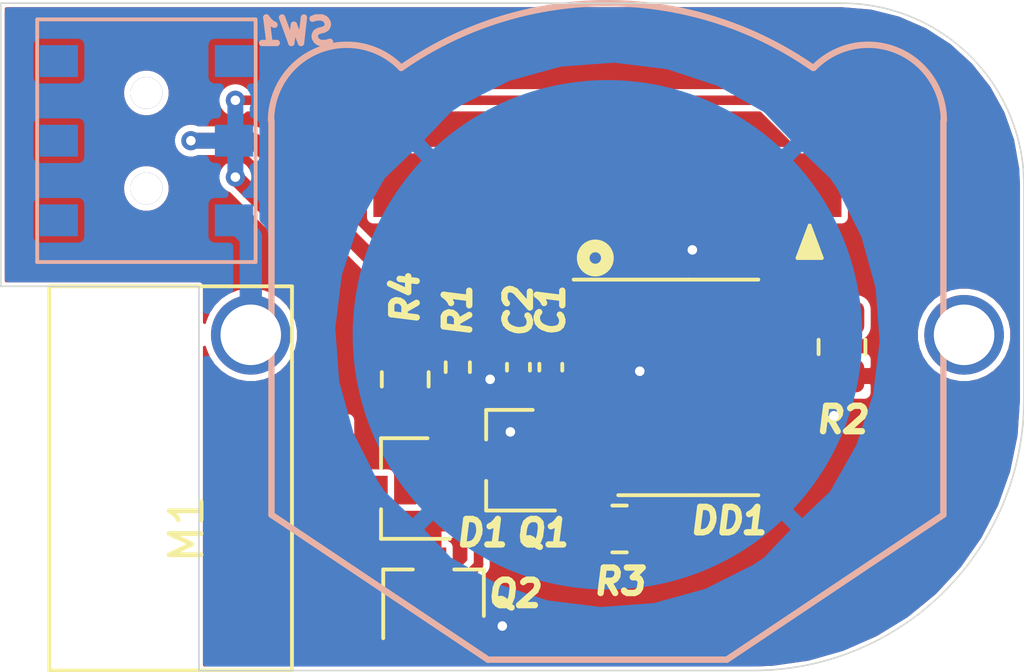
<source format=kicad_pcb>
(kicad_pcb (version 20171130) (host pcbnew "(5.1.9)-1")

  (general
    (thickness 1.6)
    (drawings 14)
    (tracks 80)
    (zones 0)
    (modules 19)
    (nets 28)
  )

  (page A4)
  (layers
    (0 F.Cu signal)
    (31 B.Cu signal)
    (32 B.Adhes user)
    (33 F.Adhes user)
    (34 B.Paste user)
    (35 F.Paste user)
    (36 B.SilkS user)
    (37 F.SilkS user hide)
    (38 B.Mask user)
    (39 F.Mask user)
    (40 Dwgs.User user)
    (41 Cmts.User user)
    (42 Eco1.User user)
    (43 Eco2.User user)
    (44 Edge.Cuts user)
    (45 Margin user)
    (46 B.CrtYd user)
    (47 F.CrtYd user)
    (48 B.Fab user)
    (49 F.Fab user)
  )

  (setup
    (last_trace_width 0.3)
    (user_trace_width 0.3)
    (trace_clearance 0.2)
    (zone_clearance 0.1)
    (zone_45_only no)
    (trace_min 0.2)
    (via_size 0.8)
    (via_drill 0.4)
    (via_min_size 0.4)
    (via_min_drill 0.3)
    (uvia_size 0.3)
    (uvia_drill 0.1)
    (uvias_allowed no)
    (uvia_min_size 0.2)
    (uvia_min_drill 0.1)
    (edge_width 0.05)
    (segment_width 0.2)
    (pcb_text_width 0.3)
    (pcb_text_size 1.5 1.5)
    (mod_edge_width 0.12)
    (mod_text_size 1 1)
    (mod_text_width 0.15)
    (pad_size 2 2)
    (pad_drill 1)
    (pad_to_mask_clearance 0)
    (aux_axis_origin 0 0)
    (visible_elements 7FFDFFFF)
    (pcbplotparams
      (layerselection 0x010fc_ffffffff)
      (usegerberextensions false)
      (usegerberattributes true)
      (usegerberadvancedattributes true)
      (creategerberjobfile true)
      (excludeedgelayer true)
      (linewidth 0.100000)
      (plotframeref false)
      (viasonmask false)
      (mode 1)
      (useauxorigin false)
      (hpglpennumber 1)
      (hpglpenspeed 20)
      (hpglpendiameter 15.000000)
      (psnegative false)
      (psa4output false)
      (plotreference true)
      (plotvalue true)
      (plotinvisibletext false)
      (padsonsilk false)
      (subtractmaskfromsilk false)
      (outputformat 1)
      (mirror false)
      (drillshape 1)
      (scaleselection 1)
      (outputdirectory ""))
  )

  (net 0 "")
  (net 1 GND)
  (net 2 +3V0)
  (net 3 "Net-(D1-Pad2)")
  (net 4 "Net-(D1-Pad1)")
  (net 5 "Net-(DD1-Pad20)")
  (net 6 /SWDCLK)
  (net 7 /SWDIO)
  (net 8 "Net-(DD1-Pad17)")
  (net 9 "Net-(DD1-Pad16)")
  (net 10 "Net-(DD1-Pad15)")
  (net 11 "Net-(DD1-Pad14)")
  (net 12 "Net-(DD1-Pad13)")
  (net 13 "Net-(DD1-Pad12)")
  (net 14 "Net-(DD1-Pad11)")
  (net 15 "Net-(DD1-Pad10)")
  (net 16 "Net-(DD1-Pad8)")
  (net 17 "Net-(DD1-Pad7)")
  (net 18 /RESET)
  (net 19 "Net-(DD1-Pad3)")
  (net 20 "Net-(DD1-Pad2)")
  (net 21 "Net-(DD1-Pad1)")
  (net 22 "Net-(Q1-Pad3)")
  (net 23 "Net-(Q1-Pad1)")
  (net 24 /MOTOR_DISABLE)
  (net 25 /SWO)
  (net 26 "Net-(BT1-Pad1)")
  (net 27 "Net-(SW1-Pad1)")

  (net_class Default "This is the default net class."
    (clearance 0.2)
    (trace_width 0.25)
    (via_dia 0.8)
    (via_drill 0.4)
    (uvia_dia 0.3)
    (uvia_drill 0.1)
    (add_net +3V0)
    (add_net /MOTOR_DISABLE)
    (add_net /RESET)
    (add_net /SWDCLK)
    (add_net /SWDIO)
    (add_net /SWO)
    (add_net GND)
    (add_net "Net-(BT1-Pad1)")
    (add_net "Net-(D1-Pad1)")
    (add_net "Net-(D1-Pad2)")
    (add_net "Net-(DD1-Pad1)")
    (add_net "Net-(DD1-Pad10)")
    (add_net "Net-(DD1-Pad11)")
    (add_net "Net-(DD1-Pad12)")
    (add_net "Net-(DD1-Pad13)")
    (add_net "Net-(DD1-Pad14)")
    (add_net "Net-(DD1-Pad15)")
    (add_net "Net-(DD1-Pad16)")
    (add_net "Net-(DD1-Pad17)")
    (add_net "Net-(DD1-Pad2)")
    (add_net "Net-(DD1-Pad20)")
    (add_net "Net-(DD1-Pad3)")
    (add_net "Net-(DD1-Pad7)")
    (add_net "Net-(DD1-Pad8)")
    (add_net "Net-(Q1-Pad1)")
    (add_net "Net-(Q1-Pad3)")
    (add_net "Net-(SW1-Pad1)")
  )

  (module mechanical:motor_xiaomi_redmi_3s (layer F.Cu) (tedit 60C9B29B) (tstamp 60CA111A)
    (at 122.174 86.995 90)
    (path /60C9CB8E)
    (fp_text reference M1 (at 0 0.5 90) (layer F.SilkS)
      (effects (font (size 1 1) (thickness 0.15)))
    )
    (fp_text value motor (at 0 -0.5 90) (layer F.Fab) hide
      (effects (font (size 1 1) (thickness 0.15)))
    )
    (fp_line (start -4.445 -3.81) (end -4.445 3.81) (layer F.SilkS) (width 0.12))
    (fp_line (start 7.62 -3.81) (end -4.445 -3.81) (layer F.SilkS) (width 0.12))
    (fp_line (start 7.62 3.81) (end 7.62 -3.81) (layer F.SilkS) (width 0.12))
    (fp_line (start -4.445 3.81) (end 7.62 3.81) (layer F.SilkS) (width 0.12))
    (pad 2 smd rect (at 1.905 3.556 90) (size 3 4.016) (layers F.Cu F.Paste F.Mask)
      (net 2 +3V0))
    (pad 1 smd rect (at -1.905 3.556 90) (size 3 4.016) (layers F.Cu F.Paste F.Mask)
      (net 4 "Net-(D1-Pad1)"))
    (model C:/GitRepos/Archer/Hard/3D/STEP/motor_xiaomi_redmi_3s.step
      (offset (xyz 0 0 0.3))
      (scale (xyz 1 1 1))
      (rotate (xyz 0 180 0))
    )
  )

  (module mechanical:switch_ms-22c01 (layer B.Cu) (tedit 60C9CC27) (tstamp 60CA2E1C)
    (at 121.412 74.803 270)
    (path /60D1FC06)
    (fp_text reference SW1 (at -3.429 -4.699) (layer B.SilkS)
      (effects (font (size 0.8 0.8) (thickness 0.2) italic) (justify mirror))
    )
    (fp_text value SW_DPDT_x2 (at 0 0.5 270) (layer B.Fab) hide
      (effects (font (size 1 1) (thickness 0.15)) (justify mirror))
    )
    (fp_line (start -3.81 -3.429) (end -3.81 3.429) (layer B.SilkS) (width 0.12))
    (fp_line (start 3.81 -3.429) (end -3.81 -3.429) (layer B.SilkS) (width 0.12))
    (fp_line (start 3.81 3.429) (end 3.81 -3.429) (layer B.SilkS) (width 0.12))
    (fp_line (start -3.81 3.429) (end 3.81 3.429) (layer B.SilkS) (width 0.12))
    (pad 6 smd rect (at -2.5 2.75 270) (size 1 1.2) (layers B.Cu B.Paste B.Mask))
    (pad 5 smd rect (at 0 2.75 270) (size 1 1.2) (layers B.Cu B.Paste B.Mask))
    (pad 4 smd rect (at 2.5 2.75 270) (size 1 1.2) (layers B.Cu B.Paste B.Mask))
    (pad 3 smd rect (at 2.5 -2.75 270) (size 1 1.2) (layers B.Cu B.Paste B.Mask)
      (net 26 "Net-(BT1-Pad1)"))
    (pad 2 smd rect (at 0 -2.75 270) (size 1 1.2) (layers B.Cu B.Paste B.Mask)
      (net 2 +3V0))
    (pad 1 smd rect (at -2.5 -2.75 270) (size 1 1.2) (layers B.Cu B.Paste B.Mask)
      (net 27 "Net-(SW1-Pad1)"))
    (pad 0 thru_hole circle (at 1.5 0 270) (size 1 1) (drill 1) (layers *.Cu *.Mask))
    (pad 0 thru_hole circle (at -1.5 0 270) (size 1 1) (drill 1) (layers *.Cu *.Mask))
    (model C:/GitRepos/Archer/Hard/3D/STEP/g-switch_ms-22c01-g010.step
      (at (xyz 0 0 0))
      (scale (xyz 1 1 1))
      (rotate (xyz 0 0 0))
    )
  )

  (module mechanical:cr2032_holder (layer B.Cu) (tedit 60C9A650) (tstamp 60CA06F4)
    (at 135.89 80.899 180)
    (path /60CF9DCA)
    (fp_text reference BT1 (at 0 8.89) (layer B.SilkS) hide
      (effects (font (size 1 1) (thickness 0.15)) (justify mirror))
    )
    (fp_text value Battery_Cell (at 0 1.27) (layer B.Fab) hide
      (effects (font (size 1 1) (thickness 0.15)) (justify mirror))
    )
    (fp_line (start -3.75 -10.2) (end 3.75 -10.2) (layer B.SilkS) (width 0.2))
    (fp_line (start -10.55 6.731) (end -10.55 -5.65) (layer B.SilkS) (width 0.2))
    (fp_line (start -3.75 -10.2) (end -10.55 -5.65) (layer B.SilkS) (width 0.2))
    (fp_line (start 10.55 -5.65) (end 10.55 6.731) (layer B.SilkS) (width 0.2))
    (fp_line (start 3.75 -10.2) (end 10.55 -5.65) (layer B.SilkS) (width 0.2))
    (fp_arc (start 0.009929 -0.888999) (end 6.477 8.382) (angle 69.8) (layer B.SilkS) (width 0.2))
    (fp_arc (start 8.186752 6.731) (end 6.477 8.382) (angle -136.0015314) (layer B.SilkS) (width 0.2))
    (fp_arc (start -8.186752 6.731332) (end -6.477 8.382) (angle 136.0153417) (layer B.SilkS) (width 0.2))
    (pad 2 smd circle (at 0 0 180) (size 16 16) (layers B.Cu B.Paste B.Mask)
      (net 1 GND))
    (pad 1 thru_hole circle (at 11.2 0 180) (size 2.5 2.5) (drill 1.9) (layers *.Cu *.Mask)
      (net 26 "Net-(BT1-Pad1)"))
    (pad 1 thru_hole circle (at -11.2 0 180) (size 2.5 2.5) (drill 1.9) (layers *.Cu *.Mask)
      (net 26 "Net-(BT1-Pad1)"))
    (model C:/GitRepos/Archer/Hard/3D/STEP/cr2032_holder.step
      (at (xyz 0 0 0))
      (scale (xyz 1 1 1))
      (rotate (xyz 0 0 0))
    )
  )

  (module Resistor_SMD:R_0805_2012Metric (layer F.Cu) (tedit 5F68FEEE) (tstamp 60C9E931)
    (at 129.54 82.296 270)
    (descr "Resistor SMD 0805 (2012 Metric), square (rectangular) end terminal, IPC_7351 nominal, (Body size source: IPC-SM-782 page 72, https://www.pcb-3d.com/wordpress/wp-content/uploads/ipc-sm-782a_amendment_1_and_2.pdf), generated with kicad-footprint-generator")
    (tags resistor)
    (path /60CA34C4)
    (attr smd)
    (fp_text reference R4 (at -2.54 0 270) (layer F.SilkS)
      (effects (font (size 0.8 0.8) (thickness 0.2) italic))
    )
    (fp_text value RMC080510M1%N (at 0 1.65 90) (layer F.Fab) hide
      (effects (font (size 1 1) (thickness 0.15)))
    )
    (fp_line (start 1.68 0.95) (end -1.68 0.95) (layer F.CrtYd) (width 0.05))
    (fp_line (start 1.68 -0.95) (end 1.68 0.95) (layer F.CrtYd) (width 0.05))
    (fp_line (start -1.68 -0.95) (end 1.68 -0.95) (layer F.CrtYd) (width 0.05))
    (fp_line (start -1.68 0.95) (end -1.68 -0.95) (layer F.CrtYd) (width 0.05))
    (fp_line (start -0.227064 0.735) (end 0.227064 0.735) (layer F.SilkS) (width 0.12))
    (fp_line (start -0.227064 -0.735) (end 0.227064 -0.735) (layer F.SilkS) (width 0.12))
    (fp_line (start 1 0.625) (end -1 0.625) (layer F.Fab) (width 0.1))
    (fp_line (start 1 -0.625) (end 1 0.625) (layer F.Fab) (width 0.1))
    (fp_line (start -1 -0.625) (end 1 -0.625) (layer F.Fab) (width 0.1))
    (fp_line (start -1 0.625) (end -1 -0.625) (layer F.Fab) (width 0.1))
    (fp_text user %R (at 0 0 90) (layer F.SilkS) hide
      (effects (font (size 0.8 0.8) (thickness 0.2) italic))
    )
    (pad 2 smd roundrect (at 0.9125 0 270) (size 1.025 1.4) (layers F.Cu F.Paste F.Mask) (roundrect_rratio 0.243902)
      (net 22 "Net-(Q1-Pad3)"))
    (pad 1 smd roundrect (at -0.9125 0 270) (size 1.025 1.4) (layers F.Cu F.Paste F.Mask) (roundrect_rratio 0.243902)
      (net 2 +3V0))
    (model ${KISYS3DMOD}/Resistor_SMD.3dshapes/R_0805_2012Metric.wrl
      (at (xyz 0 0 0))
      (scale (xyz 1 1 1))
      (rotate (xyz 0 0 0))
    )
  )

  (module connector:custom_connector (layer F.Cu) (tedit 60C98CC6) (tstamp 60CA43BF)
    (at 129.54 76.2)
    (path /60CD94C8)
    (fp_text reference J6 (at 0 2.54) (layer F.SilkS) hide
      (effects (font (size 1 1) (thickness 0.15)))
    )
    (fp_text value Conn_01x01 (at 0 -2.54) (layer F.Fab) hide
      (effects (font (size 1 1) (thickness 0.15)))
    )
    (pad 1 smd rect (at 0 0) (size 2 2) (layers F.Cu F.Paste F.Mask)
      (net 25 /SWO))
  )

  (module connector:custom_connector (layer F.Cu) (tedit 60C98CC6) (tstamp 60CA43BA)
    (at 132.08 76.2)
    (path /60CD9305)
    (fp_text reference J5 (at 0 2.54) (layer F.SilkS) hide
      (effects (font (size 1 1) (thickness 0.15)))
    )
    (fp_text value Conn_01x01 (at 0 -2.54) (layer F.Fab) hide
      (effects (font (size 1 1) (thickness 0.15)))
    )
    (pad 1 smd rect (at 0 0) (size 2 2) (layers F.Cu F.Paste F.Mask)
      (net 18 /RESET))
  )

  (module connector:custom_connector (layer F.Cu) (tedit 60C98CC6) (tstamp 60CA43B5)
    (at 134.62 76.2)
    (path /60CD9142)
    (fp_text reference J4 (at 0 2.54) (layer F.SilkS) hide
      (effects (font (size 1 1) (thickness 0.15)))
    )
    (fp_text value Conn_01x01 (at 0 -2.54) (layer F.Fab) hide
      (effects (font (size 1 1) (thickness 0.15)))
    )
    (pad 1 smd rect (at 0 0) (size 2 2) (layers F.Cu F.Paste F.Mask)
      (net 7 /SWDIO))
  )

  (module connector:custom_connector (layer F.Cu) (tedit 60C98CC6) (tstamp 60CA43B0)
    (at 137.16 76.2)
    (path /60CD8983)
    (fp_text reference J3 (at 0 2.54) (layer F.SilkS) hide
      (effects (font (size 1 1) (thickness 0.15)))
    )
    (fp_text value Conn_01x01 (at 0 -2.54) (layer F.Fab) hide
      (effects (font (size 1 1) (thickness 0.15)))
    )
    (pad 1 smd rect (at 0 0) (size 2 2) (layers F.Cu F.Paste F.Mask)
      (net 1 GND))
  )

  (module connector:custom_connector (layer F.Cu) (tedit 60C98CC6) (tstamp 60CA43AB)
    (at 139.7 76.2)
    (path /60CD87A2)
    (fp_text reference J2 (at 0 2.54) (layer F.SilkS) hide
      (effects (font (size 1 1) (thickness 0.15)))
    )
    (fp_text value Conn_01x01 (at 0 -2.54) (layer F.Fab) hide
      (effects (font (size 1 1) (thickness 0.15)))
    )
    (pad 1 smd rect (at 0 0) (size 2 2) (layers F.Cu F.Paste F.Mask)
      (net 6 /SWDCLK))
  )

  (module connector:custom_connector (layer F.Cu) (tedit 60C98CC6) (tstamp 60CA43A6)
    (at 142.24 76.2)
    (path /60CD5C70)
    (fp_text reference J1 (at 0 2.54) (layer F.SilkS) hide
      (effects (font (size 1 1) (thickness 0.15)))
    )
    (fp_text value Conn_01x01 (at 0 -2.54) (layer F.Fab) hide
      (effects (font (size 1 1) (thickness 0.15)))
    )
    (pad 1 smd rect (at 0 0) (size 2 2) (layers F.Cu F.Paste F.Mask)
      (net 2 +3V0))
  )

  (module Resistor_SMD:R_0805_2012Metric (layer F.Cu) (tedit 5F68FEEE) (tstamp 60C9ECF0)
    (at 136.271 86.995)
    (descr "Resistor SMD 0805 (2012 Metric), square (rectangular) end terminal, IPC_7351 nominal, (Body size source: IPC-SM-782 page 72, https://www.pcb-3d.com/wordpress/wp-content/uploads/ipc-sm-782a_amendment_1_and_2.pdf), generated with kicad-footprint-generator")
    (tags resistor)
    (path /60CA3C7C)
    (attr smd)
    (fp_text reference R3 (at 0 1.651) (layer F.SilkS)
      (effects (font (size 0.8 0.8) (thickness 0.2) italic))
    )
    (fp_text value MCR10ERTF2000 (at 0 1.65) (layer F.Fab) hide
      (effects (font (size 1 1) (thickness 0.15)))
    )
    (fp_line (start 1.68 0.95) (end -1.68 0.95) (layer F.CrtYd) (width 0.05))
    (fp_line (start 1.68 -0.95) (end 1.68 0.95) (layer F.CrtYd) (width 0.05))
    (fp_line (start -1.68 -0.95) (end 1.68 -0.95) (layer F.CrtYd) (width 0.05))
    (fp_line (start -1.68 0.95) (end -1.68 -0.95) (layer F.CrtYd) (width 0.05))
    (fp_line (start -0.227064 0.735) (end 0.227064 0.735) (layer F.SilkS) (width 0.12))
    (fp_line (start -0.227064 -0.735) (end 0.227064 -0.735) (layer F.SilkS) (width 0.12))
    (fp_line (start 1 0.625) (end -1 0.625) (layer F.Fab) (width 0.1))
    (fp_line (start 1 -0.625) (end 1 0.625) (layer F.Fab) (width 0.1))
    (fp_line (start -1 -0.625) (end 1 -0.625) (layer F.Fab) (width 0.1))
    (fp_line (start -1 0.625) (end -1 -0.625) (layer F.Fab) (width 0.1))
    (fp_text user %R (at 0 0) (layer F.SilkS) hide
      (effects (font (size 0.8 0.8) (thickness 0.2) italic))
    )
    (pad 2 smd roundrect (at 0.9125 0) (size 1.025 1.4) (layers F.Cu F.Paste F.Mask) (roundrect_rratio 0.243902)
      (net 24 /MOTOR_DISABLE))
    (pad 1 smd roundrect (at -0.9125 0) (size 1.025 1.4) (layers F.Cu F.Paste F.Mask) (roundrect_rratio 0.243902)
      (net 23 "Net-(Q1-Pad1)"))
    (model ${KISYS3DMOD}/Resistor_SMD.3dshapes/R_0805_2012Metric.wrl
      (at (xyz 0 0 0))
      (scale (xyz 1 1 1))
      (rotate (xyz 0 0 0))
    )
  )

  (module Resistor_SMD:R_0805_2012Metric (layer F.Cu) (tedit 5F68FEEE) (tstamp 60C9EB31)
    (at 143.256 81.28 270)
    (descr "Resistor SMD 0805 (2012 Metric), square (rectangular) end terminal, IPC_7351 nominal, (Body size source: IPC-SM-782 page 72, https://www.pcb-3d.com/wordpress/wp-content/uploads/ipc-sm-782a_amendment_1_and_2.pdf), generated with kicad-footprint-generator")
    (tags resistor)
    (path /60CCA1F3)
    (attr smd)
    (fp_text reference R2 (at 2.286 0 180) (layer F.SilkS)
      (effects (font (size 0.8 0.8) (thickness 0.2) italic))
    )
    (fp_text value 0805W8J0511T5E (at 0 1.65 90) (layer F.Fab) hide
      (effects (font (size 1 1) (thickness 0.15)))
    )
    (fp_line (start 1.68 0.95) (end -1.68 0.95) (layer F.CrtYd) (width 0.05))
    (fp_line (start 1.68 -0.95) (end 1.68 0.95) (layer F.CrtYd) (width 0.05))
    (fp_line (start -1.68 -0.95) (end 1.68 -0.95) (layer F.CrtYd) (width 0.05))
    (fp_line (start -1.68 0.95) (end -1.68 -0.95) (layer F.CrtYd) (width 0.05))
    (fp_line (start -0.227064 0.735) (end 0.227064 0.735) (layer F.SilkS) (width 0.12))
    (fp_line (start -0.227064 -0.735) (end 0.227064 -0.735) (layer F.SilkS) (width 0.12))
    (fp_line (start 1 0.625) (end -1 0.625) (layer F.Fab) (width 0.1))
    (fp_line (start 1 -0.625) (end 1 0.625) (layer F.Fab) (width 0.1))
    (fp_line (start -1 -0.625) (end 1 -0.625) (layer F.Fab) (width 0.1))
    (fp_line (start -1 0.625) (end -1 -0.625) (layer F.Fab) (width 0.1))
    (fp_text user %R (at 0 0 90) (layer F.SilkS) hide
      (effects (font (size 0.8 0.8) (thickness 0.2) italic))
    )
    (pad 2 smd roundrect (at 0.9125 0 270) (size 1.025 1.4) (layers F.Cu F.Paste F.Mask) (roundrect_rratio 0.243902)
      (net 1 GND))
    (pad 1 smd roundrect (at -0.9125 0 270) (size 1.025 1.4) (layers F.Cu F.Paste F.Mask) (roundrect_rratio 0.243902)
      (net 6 /SWDCLK))
    (model ${KISYS3DMOD}/Resistor_SMD.3dshapes/R_0805_2012Metric.wrl
      (at (xyz 0 0 0))
      (scale (xyz 1 1 1))
      (rotate (xyz 0 0 0))
    )
  )

  (module Resistor_SMD:R_0402_1005Metric (layer F.Cu) (tedit 5F68FEEE) (tstamp 60C9EE59)
    (at 131.191 81.915 270)
    (descr "Resistor SMD 0402 (1005 Metric), square (rectangular) end terminal, IPC_7351 nominal, (Body size source: IPC-SM-782 page 72, https://www.pcb-3d.com/wordpress/wp-content/uploads/ipc-sm-782a_amendment_1_and_2.pdf), generated with kicad-footprint-generator")
    (tags resistor)
    (path /60CC6BCE)
    (attr smd)
    (fp_text reference R1 (at -1.778 0 90) (layer F.SilkS)
      (effects (font (size 0.8 0.8) (thickness 0.2) italic))
    )
    (fp_text value RC0402JR-0710KL (at 0 1.17 90) (layer F.Fab) hide
      (effects (font (size 1 1) (thickness 0.15)))
    )
    (fp_line (start 0.93 0.47) (end -0.93 0.47) (layer F.CrtYd) (width 0.05))
    (fp_line (start 0.93 -0.47) (end 0.93 0.47) (layer F.CrtYd) (width 0.05))
    (fp_line (start -0.93 -0.47) (end 0.93 -0.47) (layer F.CrtYd) (width 0.05))
    (fp_line (start -0.93 0.47) (end -0.93 -0.47) (layer F.CrtYd) (width 0.05))
    (fp_line (start -0.153641 0.38) (end 0.153641 0.38) (layer F.SilkS) (width 0.12))
    (fp_line (start -0.153641 -0.38) (end 0.153641 -0.38) (layer F.SilkS) (width 0.12))
    (fp_line (start 0.525 0.27) (end -0.525 0.27) (layer F.Fab) (width 0.1))
    (fp_line (start 0.525 -0.27) (end 0.525 0.27) (layer F.Fab) (width 0.1))
    (fp_line (start -0.525 -0.27) (end 0.525 -0.27) (layer F.Fab) (width 0.1))
    (fp_line (start -0.525 0.27) (end -0.525 -0.27) (layer F.Fab) (width 0.1))
    (fp_text user %R (at 0 0 90) (layer F.SilkS) hide
      (effects (font (size 0.8 0.8) (thickness 0.2) italic))
    )
    (pad 2 smd roundrect (at 0.51 0 270) (size 0.54 0.64) (layers F.Cu F.Paste F.Mask) (roundrect_rratio 0.25)
      (net 18 /RESET))
    (pad 1 smd roundrect (at -0.51 0 270) (size 0.54 0.64) (layers F.Cu F.Paste F.Mask) (roundrect_rratio 0.25)
      (net 2 +3V0))
    (model ${KISYS3DMOD}/Resistor_SMD.3dshapes/R_0402_1005Metric.wrl
      (at (xyz 0 0 0))
      (scale (xyz 1 1 1))
      (rotate (xyz 0 0 0))
    )
  )

  (module Package_TO_SOT_SMD:SOT-23 (layer F.Cu) (tedit 5A02FF57) (tstamp 60C9E8ED)
    (at 130.429 89.027 90)
    (descr "SOT-23, Standard")
    (tags SOT-23)
    (path /60C9A855)
    (attr smd)
    (fp_text reference Q2 (at 0 2.54 180) (layer F.SilkS)
      (effects (font (size 0.8 0.8) (thickness 0.2) italic))
    )
    (fp_text value SI2302 (at 0 2.5 90) (layer F.Fab) hide
      (effects (font (size 1 1) (thickness 0.15)))
    )
    (fp_line (start 0.76 1.58) (end -0.7 1.58) (layer F.SilkS) (width 0.12))
    (fp_line (start 0.76 -1.58) (end -1.4 -1.58) (layer F.SilkS) (width 0.12))
    (fp_line (start -1.7 1.75) (end -1.7 -1.75) (layer F.CrtYd) (width 0.05))
    (fp_line (start 1.7 1.75) (end -1.7 1.75) (layer F.CrtYd) (width 0.05))
    (fp_line (start 1.7 -1.75) (end 1.7 1.75) (layer F.CrtYd) (width 0.05))
    (fp_line (start -1.7 -1.75) (end 1.7 -1.75) (layer F.CrtYd) (width 0.05))
    (fp_line (start 0.76 -1.58) (end 0.76 -0.65) (layer F.SilkS) (width 0.12))
    (fp_line (start 0.76 1.58) (end 0.76 0.65) (layer F.SilkS) (width 0.12))
    (fp_line (start -0.7 1.52) (end 0.7 1.52) (layer F.Fab) (width 0.1))
    (fp_line (start 0.7 -1.52) (end 0.7 1.52) (layer F.Fab) (width 0.1))
    (fp_line (start -0.7 -0.95) (end -0.15 -1.52) (layer F.Fab) (width 0.1))
    (fp_line (start -0.15 -1.52) (end 0.7 -1.52) (layer F.Fab) (width 0.1))
    (fp_line (start -0.7 -0.95) (end -0.7 1.5) (layer F.Fab) (width 0.1))
    (fp_text user %R (at 0 0) (layer F.SilkS) hide
      (effects (font (size 0.8 0.8) (thickness 0.2) italic))
    )
    (pad 3 smd rect (at 1 0 90) (size 0.9 0.8) (layers F.Cu F.Paste F.Mask)
      (net 4 "Net-(D1-Pad1)"))
    (pad 2 smd rect (at -1 0.95 90) (size 0.9 0.8) (layers F.Cu F.Paste F.Mask)
      (net 1 GND))
    (pad 1 smd rect (at -1 -0.95 90) (size 0.9 0.8) (layers F.Cu F.Paste F.Mask)
      (net 22 "Net-(Q1-Pad3)"))
    (model ${KISYS3DMOD}/Package_TO_SOT_SMD.3dshapes/SOT-23.wrl
      (at (xyz 0 0 0))
      (scale (xyz 1 1 1))
      (rotate (xyz 0 0 0))
    )
  )

  (module Package_TO_SOT_SMD:SOT-23 (layer F.Cu) (tedit 5A02FF57) (tstamp 60C9E8D8)
    (at 132.842 84.836 180)
    (descr "SOT-23, Standard")
    (tags SOT-23)
    (path /60C9A3A6)
    (attr smd)
    (fp_text reference Q1 (at -1.016 -2.286) (layer F.SilkS)
      (effects (font (size 0.8 0.8) (thickness 0.2) italic))
    )
    (fp_text value SI2302 (at 0 2.5) (layer F.Fab) hide
      (effects (font (size 1 1) (thickness 0.15)))
    )
    (fp_line (start 0.76 1.58) (end -0.7 1.58) (layer F.SilkS) (width 0.12))
    (fp_line (start 0.76 -1.58) (end -1.4 -1.58) (layer F.SilkS) (width 0.12))
    (fp_line (start -1.7 1.75) (end -1.7 -1.75) (layer F.CrtYd) (width 0.05))
    (fp_line (start 1.7 1.75) (end -1.7 1.75) (layer F.CrtYd) (width 0.05))
    (fp_line (start 1.7 -1.75) (end 1.7 1.75) (layer F.CrtYd) (width 0.05))
    (fp_line (start -1.7 -1.75) (end 1.7 -1.75) (layer F.CrtYd) (width 0.05))
    (fp_line (start 0.76 -1.58) (end 0.76 -0.65) (layer F.SilkS) (width 0.12))
    (fp_line (start 0.76 1.58) (end 0.76 0.65) (layer F.SilkS) (width 0.12))
    (fp_line (start -0.7 1.52) (end 0.7 1.52) (layer F.Fab) (width 0.1))
    (fp_line (start 0.7 -1.52) (end 0.7 1.52) (layer F.Fab) (width 0.1))
    (fp_line (start -0.7 -0.95) (end -0.15 -1.52) (layer F.Fab) (width 0.1))
    (fp_line (start -0.15 -1.52) (end 0.7 -1.52) (layer F.Fab) (width 0.1))
    (fp_line (start -0.7 -0.95) (end -0.7 1.5) (layer F.Fab) (width 0.1))
    (fp_text user %R (at 0 0 90) (layer F.SilkS) hide
      (effects (font (size 0.8 0.8) (thickness 0.2) italic))
    )
    (pad 3 smd rect (at 1 0 180) (size 0.9 0.8) (layers F.Cu F.Paste F.Mask)
      (net 22 "Net-(Q1-Pad3)"))
    (pad 2 smd rect (at -1 0.95 180) (size 0.9 0.8) (layers F.Cu F.Paste F.Mask)
      (net 1 GND))
    (pad 1 smd rect (at -1 -0.95 180) (size 0.9 0.8) (layers F.Cu F.Paste F.Mask)
      (net 23 "Net-(Q1-Pad1)"))
    (model ${KISYS3DMOD}/Package_TO_SOT_SMD.3dshapes/SOT-23.wrl
      (at (xyz 0 0 0))
      (scale (xyz 1 1 1))
      (rotate (xyz 0 0 0))
    )
  )

  (module Package_SO:TSSOP-20_4.4x6.5mm_P0.65mm (layer F.Cu) (tedit 5E476F32) (tstamp 60C9E8C3)
    (at 138.43 82.55)
    (descr "TSSOP, 20 Pin (JEDEC MO-153 Var AC https://www.jedec.org/document_search?search_api_views_fulltext=MO-153), generated with kicad-footprint-generator ipc_gullwing_generator.py")
    (tags "TSSOP SO")
    (path /60CAC962)
    (attr smd)
    (fp_text reference DD1 (at 1.27 4.191) (layer F.SilkS)
      (effects (font (size 0.8 0.8) (thickness 0.2) italic))
    )
    (fp_text value STM32G030F6P6TR (at 0 4.2) (layer F.Fab)
      (effects (font (size 1 1) (thickness 0.15)))
    )
    (fp_line (start 3.85 -3.5) (end -3.85 -3.5) (layer F.CrtYd) (width 0.05))
    (fp_line (start 3.85 3.5) (end 3.85 -3.5) (layer F.CrtYd) (width 0.05))
    (fp_line (start -3.85 3.5) (end 3.85 3.5) (layer F.CrtYd) (width 0.05))
    (fp_line (start -3.85 -3.5) (end -3.85 3.5) (layer F.CrtYd) (width 0.05))
    (fp_line (start -2.2 -2.25) (end -1.2 -3.25) (layer F.Fab) (width 0.1))
    (fp_line (start -2.2 3.25) (end -2.2 -2.25) (layer F.Fab) (width 0.1))
    (fp_line (start 2.2 3.25) (end -2.2 3.25) (layer F.Fab) (width 0.1))
    (fp_line (start 2.2 -3.25) (end 2.2 3.25) (layer F.Fab) (width 0.1))
    (fp_line (start -1.2 -3.25) (end 2.2 -3.25) (layer F.Fab) (width 0.1))
    (fp_line (start 0 -3.385) (end -3.6 -3.385) (layer F.SilkS) (width 0.12))
    (fp_line (start 0 -3.385) (end 2.2 -3.385) (layer F.SilkS) (width 0.12))
    (fp_line (start 0 3.385) (end -2.2 3.385) (layer F.SilkS) (width 0.12))
    (fp_line (start 0 3.385) (end 2.2 3.385) (layer F.SilkS) (width 0.12))
    (fp_text user %R (at 0 0) (layer F.SilkS) hide
      (effects (font (size 0.8 0.8) (thickness 0.2) italic))
    )
    (pad 20 smd roundrect (at 2.8625 -2.925) (size 1.475 0.4) (layers F.Cu F.Paste F.Mask) (roundrect_rratio 0.25)
      (net 5 "Net-(DD1-Pad20)"))
    (pad 19 smd roundrect (at 2.8625 -2.275) (size 1.475 0.4) (layers F.Cu F.Paste F.Mask) (roundrect_rratio 0.25)
      (net 6 /SWDCLK))
    (pad 18 smd roundrect (at 2.8625 -1.625) (size 1.475 0.4) (layers F.Cu F.Paste F.Mask) (roundrect_rratio 0.25)
      (net 7 /SWDIO))
    (pad 17 smd roundrect (at 2.8625 -0.975) (size 1.475 0.4) (layers F.Cu F.Paste F.Mask) (roundrect_rratio 0.25)
      (net 8 "Net-(DD1-Pad17)"))
    (pad 16 smd roundrect (at 2.8625 -0.325) (size 1.475 0.4) (layers F.Cu F.Paste F.Mask) (roundrect_rratio 0.25)
      (net 9 "Net-(DD1-Pad16)"))
    (pad 15 smd roundrect (at 2.8625 0.325) (size 1.475 0.4) (layers F.Cu F.Paste F.Mask) (roundrect_rratio 0.25)
      (net 10 "Net-(DD1-Pad15)"))
    (pad 14 smd roundrect (at 2.8625 0.975) (size 1.475 0.4) (layers F.Cu F.Paste F.Mask) (roundrect_rratio 0.25)
      (net 11 "Net-(DD1-Pad14)"))
    (pad 13 smd roundrect (at 2.8625 1.625) (size 1.475 0.4) (layers F.Cu F.Paste F.Mask) (roundrect_rratio 0.25)
      (net 12 "Net-(DD1-Pad13)"))
    (pad 12 smd roundrect (at 2.8625 2.275) (size 1.475 0.4) (layers F.Cu F.Paste F.Mask) (roundrect_rratio 0.25)
      (net 13 "Net-(DD1-Pad12)"))
    (pad 11 smd roundrect (at 2.8625 2.925) (size 1.475 0.4) (layers F.Cu F.Paste F.Mask) (roundrect_rratio 0.25)
      (net 14 "Net-(DD1-Pad11)"))
    (pad 10 smd roundrect (at -2.8625 2.925) (size 1.475 0.4) (layers F.Cu F.Paste F.Mask) (roundrect_rratio 0.25)
      (net 15 "Net-(DD1-Pad10)"))
    (pad 9 smd roundrect (at -2.8625 2.275) (size 1.475 0.4) (layers F.Cu F.Paste F.Mask) (roundrect_rratio 0.25)
      (net 24 /MOTOR_DISABLE))
    (pad 8 smd roundrect (at -2.8625 1.625) (size 1.475 0.4) (layers F.Cu F.Paste F.Mask) (roundrect_rratio 0.25)
      (net 16 "Net-(DD1-Pad8)"))
    (pad 7 smd roundrect (at -2.8625 0.975) (size 1.475 0.4) (layers F.Cu F.Paste F.Mask) (roundrect_rratio 0.25)
      (net 17 "Net-(DD1-Pad7)"))
    (pad 6 smd roundrect (at -2.8625 0.325) (size 1.475 0.4) (layers F.Cu F.Paste F.Mask) (roundrect_rratio 0.25)
      (net 18 /RESET))
    (pad 5 smd roundrect (at -2.8625 -0.325) (size 1.475 0.4) (layers F.Cu F.Paste F.Mask) (roundrect_rratio 0.25)
      (net 1 GND))
    (pad 4 smd roundrect (at -2.8625 -0.975) (size 1.475 0.4) (layers F.Cu F.Paste F.Mask) (roundrect_rratio 0.25)
      (net 2 +3V0))
    (pad 3 smd roundrect (at -2.8625 -1.625) (size 1.475 0.4) (layers F.Cu F.Paste F.Mask) (roundrect_rratio 0.25)
      (net 19 "Net-(DD1-Pad3)"))
    (pad 2 smd roundrect (at -2.8625 -2.275) (size 1.475 0.4) (layers F.Cu F.Paste F.Mask) (roundrect_rratio 0.25)
      (net 20 "Net-(DD1-Pad2)"))
    (pad 1 smd roundrect (at -2.8625 -2.925) (size 1.475 0.4) (layers F.Cu F.Paste F.Mask) (roundrect_rratio 0.25)
      (net 21 "Net-(DD1-Pad1)"))
    (model ${KISYS3DMOD}/Package_SO.3dshapes/TSSOP-20_4.4x6.5mm_P0.65mm.wrl
      (at (xyz 0 0 0))
      (scale (xyz 1 1 1))
      (rotate (xyz 0 0 0))
    )
  )

  (module Package_TO_SOT_SMD:SOT-23 (layer F.Cu) (tedit 5A02FF57) (tstamp 60C9E89D)
    (at 129.54 85.725 180)
    (descr "SOT-23, Standard")
    (tags SOT-23)
    (path /60CAFDD3)
    (attr smd)
    (fp_text reference D1 (at -2.413 -1.397) (layer F.SilkS)
      (effects (font (size 0.8 0.8) (thickness 0.2) italic))
    )
    (fp_text value "BAT54C, 215" (at 0 2.5) (layer F.Fab) hide
      (effects (font (size 1 1) (thickness 0.15)))
    )
    (fp_line (start 0.76 1.58) (end -0.7 1.58) (layer F.SilkS) (width 0.12))
    (fp_line (start 0.76 -1.58) (end -1.4 -1.58) (layer F.SilkS) (width 0.12))
    (fp_line (start -1.7 1.75) (end -1.7 -1.75) (layer F.CrtYd) (width 0.05))
    (fp_line (start 1.7 1.75) (end -1.7 1.75) (layer F.CrtYd) (width 0.05))
    (fp_line (start 1.7 -1.75) (end 1.7 1.75) (layer F.CrtYd) (width 0.05))
    (fp_line (start -1.7 -1.75) (end 1.7 -1.75) (layer F.CrtYd) (width 0.05))
    (fp_line (start 0.76 -1.58) (end 0.76 -0.65) (layer F.SilkS) (width 0.12))
    (fp_line (start 0.76 1.58) (end 0.76 0.65) (layer F.SilkS) (width 0.12))
    (fp_line (start -0.7 1.52) (end 0.7 1.52) (layer F.Fab) (width 0.1))
    (fp_line (start 0.7 -1.52) (end 0.7 1.52) (layer F.Fab) (width 0.1))
    (fp_line (start -0.7 -0.95) (end -0.15 -1.52) (layer F.Fab) (width 0.1))
    (fp_line (start -0.15 -1.52) (end 0.7 -1.52) (layer F.Fab) (width 0.1))
    (fp_line (start -0.7 -0.95) (end -0.7 1.5) (layer F.Fab) (width 0.1))
    (fp_text user %R (at 0 0 90) (layer F.SilkS) hide
      (effects (font (size 0.8 0.8) (thickness 0.2) italic))
    )
    (pad 3 smd rect (at 1 0 180) (size 0.9 0.8) (layers F.Cu F.Paste F.Mask)
      (net 2 +3V0))
    (pad 2 smd rect (at -1 0.95 180) (size 0.9 0.8) (layers F.Cu F.Paste F.Mask)
      (net 3 "Net-(D1-Pad2)"))
    (pad 1 smd rect (at -1 -0.95 180) (size 0.9 0.8) (layers F.Cu F.Paste F.Mask)
      (net 4 "Net-(D1-Pad1)"))
    (model ${KISYS3DMOD}/Package_TO_SOT_SMD.3dshapes/SOT-23.wrl
      (at (xyz 0 0 0))
      (scale (xyz 1 1 1))
      (rotate (xyz 0 0 0))
    )
  )

  (module Capacitor_SMD:C_0402_1005Metric (layer F.Cu) (tedit 5F68FEEE) (tstamp 60C9E888)
    (at 133.096 81.915 270)
    (descr "Capacitor SMD 0402 (1005 Metric), square (rectangular) end terminal, IPC_7351 nominal, (Body size source: IPC-SM-782 page 76, https://www.pcb-3d.com/wordpress/wp-content/uploads/ipc-sm-782a_amendment_1_and_2.pdf), generated with kicad-footprint-generator")
    (tags capacitor)
    (path /60CBD43B)
    (attr smd)
    (fp_text reference C2 (at -1.75 0 90) (layer F.SilkS)
      (effects (font (size 0.8 0.8) (thickness 0.2) italic))
    )
    (fp_text value CL05B105KQ5NQNC (at 0 1.16 90) (layer F.Fab) hide
      (effects (font (size 1 1) (thickness 0.15)))
    )
    (fp_line (start 0.91 0.46) (end -0.91 0.46) (layer F.CrtYd) (width 0.05))
    (fp_line (start 0.91 -0.46) (end 0.91 0.46) (layer F.CrtYd) (width 0.05))
    (fp_line (start -0.91 -0.46) (end 0.91 -0.46) (layer F.CrtYd) (width 0.05))
    (fp_line (start -0.91 0.46) (end -0.91 -0.46) (layer F.CrtYd) (width 0.05))
    (fp_line (start -0.107836 0.36) (end 0.107836 0.36) (layer F.SilkS) (width 0.12))
    (fp_line (start -0.107836 -0.36) (end 0.107836 -0.36) (layer F.SilkS) (width 0.12))
    (fp_line (start 0.5 0.25) (end -0.5 0.25) (layer F.Fab) (width 0.1))
    (fp_line (start 0.5 -0.25) (end 0.5 0.25) (layer F.Fab) (width 0.1))
    (fp_line (start -0.5 -0.25) (end 0.5 -0.25) (layer F.Fab) (width 0.1))
    (fp_line (start -0.5 0.25) (end -0.5 -0.25) (layer F.Fab) (width 0.1))
    (fp_text user %R (at 0 0 90) (layer F.SilkS) hide
      (effects (font (size 0.8 0.8) (thickness 0.2) italic))
    )
    (pad 2 smd roundrect (at 0.48 0 270) (size 0.56 0.62) (layers F.Cu F.Paste F.Mask) (roundrect_rratio 0.25)
      (net 1 GND))
    (pad 1 smd roundrect (at -0.48 0 270) (size 0.56 0.62) (layers F.Cu F.Paste F.Mask) (roundrect_rratio 0.25)
      (net 2 +3V0))
    (model ${KISYS3DMOD}/Capacitor_SMD.3dshapes/C_0402_1005Metric.wrl
      (at (xyz 0 0 0))
      (scale (xyz 1 1 1))
      (rotate (xyz 0 0 0))
    )
  )

  (module Capacitor_SMD:C_0402_1005Metric (layer F.Cu) (tedit 5F68FEEE) (tstamp 60C9E877)
    (at 134.112 81.915 270)
    (descr "Capacitor SMD 0402 (1005 Metric), square (rectangular) end terminal, IPC_7351 nominal, (Body size source: IPC-SM-782 page 76, https://www.pcb-3d.com/wordpress/wp-content/uploads/ipc-sm-782a_amendment_1_and_2.pdf), generated with kicad-footprint-generator")
    (tags capacitor)
    (path /60CBD22F)
    (attr smd)
    (fp_text reference C1 (at -1.778 0 90) (layer F.SilkS)
      (effects (font (size 0.8 0.8) (thickness 0.2) italic))
    )
    (fp_text value CC0402KRX7R7BB104 (at 0 1.16 90) (layer F.Fab) hide
      (effects (font (size 1 1) (thickness 0.15)))
    )
    (fp_line (start 0.91 0.46) (end -0.91 0.46) (layer F.CrtYd) (width 0.05))
    (fp_line (start 0.91 -0.46) (end 0.91 0.46) (layer F.CrtYd) (width 0.05))
    (fp_line (start -0.91 -0.46) (end 0.91 -0.46) (layer F.CrtYd) (width 0.05))
    (fp_line (start -0.91 0.46) (end -0.91 -0.46) (layer F.CrtYd) (width 0.05))
    (fp_line (start -0.107836 0.36) (end 0.107836 0.36) (layer F.SilkS) (width 0.12))
    (fp_line (start -0.107836 -0.36) (end 0.107836 -0.36) (layer F.SilkS) (width 0.12))
    (fp_line (start 0.5 0.25) (end -0.5 0.25) (layer F.Fab) (width 0.1))
    (fp_line (start 0.5 -0.25) (end 0.5 0.25) (layer F.Fab) (width 0.1))
    (fp_line (start -0.5 -0.25) (end 0.5 -0.25) (layer F.Fab) (width 0.1))
    (fp_line (start -0.5 0.25) (end -0.5 -0.25) (layer F.Fab) (width 0.1))
    (fp_text user %R (at 0 0 90) (layer F.SilkS) hide
      (effects (font (size 0.8 0.8) (thickness 0.2) italic))
    )
    (pad 2 smd roundrect (at 0.48 0 270) (size 0.56 0.62) (layers F.Cu F.Paste F.Mask) (roundrect_rratio 0.25)
      (net 1 GND))
    (pad 1 smd roundrect (at -0.48 0 270) (size 0.56 0.62) (layers F.Cu F.Paste F.Mask) (roundrect_rratio 0.25)
      (net 2 +3V0))
    (model ${KISYS3DMOD}/Capacitor_SMD.3dshapes/C_0402_1005Metric.wrl
      (at (xyz 0 0 0))
      (scale (xyz 1 1 1))
      (rotate (xyz 0 0 0))
    )
  )

  (gr_poly (pts (xy 124.333 90.678) (xy 123.063 90.678) (xy 123.063 83.566) (xy 124.333 83.566)) (layer B.Mask) (width 0.1))
  (gr_arc (start 140.462 82.931) (end 140.462 91.44) (angle -90) (layer Edge.Cuts) (width 0.05) (tstamp 60CA2494))
  (gr_arc (start 143.256 76.2) (end 148.971 76.2) (angle -90) (layer Edge.Cuts) (width 0.05))
  (gr_line (start 123.063 91.44) (end 140.462 91.44) (layer Edge.Cuts) (width 0.05))
  (gr_line (start 148.971 76.2) (end 148.971 82.931) (layer Edge.Cuts) (width 0.05))
  (gr_line (start 116.84 70.485) (end 143.256 70.485) (layer Edge.Cuts) (width 0.05))
  (gr_line (start 116.84 79.375) (end 116.84 70.485) (layer Edge.Cuts) (width 0.05))
  (gr_line (start 123.063 79.375) (end 123.063 91.44) (layer Edge.Cuts) (width 0.05))
  (gr_line (start 116.84 79.375) (end 123.063 79.375) (layer Edge.Cuts) (width 0.05))
  (gr_poly (pts (xy 142.621 78.486) (xy 141.859 78.486) (xy 142.24 77.47)) (layer F.SilkS) (width 0.1))
  (gr_circle (center 135.509 78.486) (end 135.689 78.486) (layer F.SilkS) (width 0.4))
  (gr_line (start 142.621 78.486) (end 142.24 77.47) (layer F.SilkS) (width 0.12) (tstamp 60CA478D))
  (gr_line (start 141.859 78.486) (end 142.621 78.486) (layer F.SilkS) (width 0.12))
  (gr_line (start 142.24 77.47) (end 141.859 78.486) (layer F.SilkS) (width 0.12))

  (via (at 143.002 83.439) (size 0.6) (drill 0.3) (layers F.Cu B.Cu) (net 1) (tstamp 60CA98E8))
  (via (at 122.809 74.803) (size 0.6) (drill 0.3) (layers F.Cu B.Cu) (net 2) (tstamp 60CA8F93))
  (via (at 124.206 73.533) (size 0.6) (drill 0.3) (layers F.Cu B.Cu) (net 2) (tstamp 60CA8F93))
  (via (at 124.206 75.946) (size 0.6) (drill 0.3) (layers F.Cu B.Cu) (net 2) (tstamp 60CA8F93))
  (via (at 132.588 90.043) (size 0.6) (drill 0.3) (layers F.Cu B.Cu) (net 1) (tstamp 60CA25E1))
  (via (at 138.557 78.232) (size 0.6) (drill 0.3) (layers F.Cu B.Cu) (net 1) (tstamp 60CA25E1))
  (via (at 132.842 83.947) (size 0.6) (drill 0.3) (layers F.Cu B.Cu) (net 1) (tstamp 60CA4E5E))
  (via (at 132.207 82.296) (size 0.6) (drill 0.3) (layers F.Cu B.Cu) (net 1) (tstamp 60CA4E5E))
  (via (at 136.906 82.042) (size 0.6) (drill 0.3) (layers F.Cu B.Cu) (net 1))
  (segment (start 134.282 82.225) (end 135.5675 82.225) (width 0.3) (layer F.Cu) (net 1))
  (segment (start 134.112 82.395) (end 134.282 82.225) (width 0.3) (layer F.Cu) (net 1))
  (segment (start 133.096 81.435) (end 134.112 81.435) (width 0.3) (layer F.Cu) (net 2))
  (segment (start 134.252 81.575) (end 134.112 81.435) (width 0.3) (layer F.Cu) (net 2))
  (segment (start 135.5675 81.575) (end 134.252 81.575) (width 0.3) (layer F.Cu) (net 2))
  (segment (start 133.066 81.405) (end 133.096 81.435) (width 0.3) (layer F.Cu) (net 2))
  (segment (start 132.08 81.405) (end 133.066 81.405) (width 0.3) (layer F.Cu) (net 2))
  (segment (start 132.08 81.405) (end 131.191 81.405) (width 0.3) (layer F.Cu) (net 2))
  (segment (start 129.5615 81.405) (end 129.54 81.3835) (width 0.3) (layer F.Cu) (net 2))
  (segment (start 131.191 81.405) (end 129.5615 81.405) (width 0.3) (layer F.Cu) (net 2))
  (segment (start 126.365 85.725) (end 125.73 85.09) (width 0.25) (layer F.Cu) (net 2))
  (segment (start 128.54 85.725) (end 126.365 85.725) (width 0.5) (layer F.Cu) (net 2))
  (segment (start 142.24 76.2) (end 142.24 74.93) (width 0.3) (layer F.Cu) (net 2))
  (segment (start 142.24 74.93) (end 140.843 73.533) (width 0.3) (layer F.Cu) (net 2))
  (segment (start 126.873 78.613) (end 124.206 75.946) (width 0.5) (layer F.Cu) (net 2))
  (segment (start 126.873 81.915) (end 126.873 78.613) (width 0.5) (layer F.Cu) (net 2))
  (segment (start 125.73 83.058) (end 126.873 81.915) (width 0.5) (layer F.Cu) (net 2))
  (segment (start 125.73 85.09) (end 125.73 83.058) (width 0.5) (layer F.Cu) (net 2))
  (segment (start 140.843 73.533) (end 124.206 73.533) (width 0.3) (layer F.Cu) (net 2))
  (segment (start 124.206 74.759) (end 124.162 74.803) (width 0.3) (layer B.Cu) (net 2))
  (segment (start 124.206 73.533) (end 124.206 74.759) (width 0.5) (layer B.Cu) (net 2))
  (segment (start 124.206 74.847) (end 124.162 74.803) (width 0.3) (layer B.Cu) (net 2))
  (segment (start 124.206 75.946) (end 124.206 74.847) (width 0.5) (layer B.Cu) (net 2))
  (segment (start 124.162 74.803) (end 122.809 74.803) (width 0.5) (layer B.Cu) (net 2))
  (segment (start 124.7775 74.803) (end 122.809 74.803) (width 0.5) (layer F.Cu) (net 2))
  (segment (start 128.7145 78.74) (end 124.7775 74.803) (width 0.5) (layer F.Cu) (net 2))
  (segment (start 131.064 78.74) (end 128.7145 78.74) (width 0.5) (layer F.Cu) (net 2))
  (segment (start 133.096 80.772) (end 131.064 78.74) (width 0.5) (layer F.Cu) (net 2))
  (segment (start 133.096 81.435) (end 133.096 80.772) (width 0.5) (layer F.Cu) (net 2))
  (segment (start 130.429 86.786) (end 130.54 86.675) (width 0.25) (layer F.Cu) (net 4))
  (segment (start 130.429 88.027) (end 130.429 86.786) (width 0.5) (layer F.Cu) (net 4))
  (segment (start 128.463 86.675) (end 126.746 88.392) (width 0.5) (layer F.Cu) (net 4))
  (segment (start 130.54 86.675) (end 128.463 86.675) (width 0.5) (layer F.Cu) (net 4))
  (segment (start 141.2925 80.275) (end 140.092 80.275) (width 0.3) (layer F.Cu) (net 6))
  (segment (start 140.092 80.275) (end 139.7 79.883) (width 0.3) (layer F.Cu) (net 6))
  (segment (start 139.7 79.883) (end 139.7 77.47) (width 0.3) (layer F.Cu) (net 6))
  (segment (start 143.1635 80.275) (end 143.256 80.3675) (width 0.3) (layer F.Cu) (net 6))
  (segment (start 141.2925 80.275) (end 143.1635 80.275) (width 0.3) (layer F.Cu) (net 6))
  (segment (start 139.7 77.47) (end 139.7 76.2) (width 0.3) (layer F.Cu) (net 6))
  (segment (start 139.726 80.925) (end 141.2925 80.925) (width 0.3) (layer F.Cu) (net 7))
  (segment (start 136.779 77.978) (end 139.726 80.925) (width 0.3) (layer F.Cu) (net 7))
  (segment (start 134.62 77.343) (end 135.255 77.978) (width 0.3) (layer F.Cu) (net 7))
  (segment (start 135.255 77.978) (end 136.779 77.978) (width 0.3) (layer F.Cu) (net 7))
  (segment (start 134.62 76.2) (end 134.62 77.343) (width 0.3) (layer F.Cu) (net 7))
  (segment (start 131.824 83.058) (end 131.191 82.425) (width 0.3) (layer F.Cu) (net 18))
  (segment (start 134.45198 83.058) (end 131.824 83.058) (width 0.3) (layer F.Cu) (net 18))
  (segment (start 134.63498 82.875) (end 134.45198 83.058) (width 0.3) (layer F.Cu) (net 18))
  (segment (start 135.5675 82.875) (end 134.63498 82.875) (width 0.3) (layer F.Cu) (net 18))
  (segment (start 132.08 77.597) (end 132.08 76.2) (width 0.3) (layer F.Cu) (net 18))
  (segment (start 133.096 78.613) (end 132.08 77.597) (width 0.3) (layer F.Cu) (net 18))
  (segment (start 137.795 80.01) (end 136.398 78.613) (width 0.3) (layer F.Cu) (net 18))
  (segment (start 136.398 78.613) (end 133.096 78.613) (width 0.3) (layer F.Cu) (net 18))
  (segment (start 137.795 82.423) (end 137.795 80.01) (width 0.3) (layer F.Cu) (net 18))
  (segment (start 137.343 82.875) (end 137.795 82.423) (width 0.3) (layer F.Cu) (net 18))
  (segment (start 135.5675 82.875) (end 137.343 82.875) (width 0.3) (layer F.Cu) (net 18))
  (segment (start 131.842 84.217) (end 131.842 84.836) (width 0.3) (layer F.Cu) (net 22))
  (segment (start 130.8335 83.2085) (end 131.842 84.217) (width 0.3) (layer F.Cu) (net 22))
  (segment (start 129.54 83.2085) (end 130.8335 83.2085) (width 0.3) (layer F.Cu) (net 22))
  (segment (start 130.175 89.789) (end 129.54 89.789) (width 0.3) (layer F.Cu) (net 22))
  (segment (start 131.842 88.122) (end 130.175 89.789) (width 0.3) (layer F.Cu) (net 22))
  (segment (start 131.842 84.836) (end 131.842 88.122) (width 0.3) (layer F.Cu) (net 22))
  (segment (start 133.842 86.471) (end 133.842 85.786) (width 0.3) (layer F.Cu) (net 23))
  (segment (start 134.366 86.995) (end 133.842 86.471) (width 0.3) (layer F.Cu) (net 23))
  (segment (start 135.3585 86.995) (end 134.366 86.995) (width 0.3) (layer F.Cu) (net 23))
  (segment (start 135.5675 84.825) (end 136.514 84.825) (width 0.3) (layer F.Cu) (net 24))
  (segment (start 137.1835 85.4945) (end 137.1835 86.995) (width 0.3) (layer F.Cu) (net 24))
  (segment (start 136.514 84.825) (end 137.1835 85.4945) (width 0.3) (layer F.Cu) (net 24))
  (segment (start 124.206 77.347) (end 124.162 77.303) (width 0.3) (layer B.Cu) (net 26))
  (segment (start 124.162 77.303) (end 124.166 77.303) (width 0.3) (layer B.Cu) (net 26))
  (segment (start 124.69 77.827) (end 124.69 80.899) (width 0.7) (layer B.Cu) (net 26))
  (segment (start 124.166 77.303) (end 124.69 77.827) (width 0.7) (layer B.Cu) (net 26))

  (zone (net 1) (net_name GND) (layer F.Cu) (tstamp 0) (hatch edge 0.508)
    (connect_pads (clearance 0.1))
    (min_thickness 0.1)
    (fill yes (arc_segments 32) (thermal_gap 0.2) (thermal_bridge_width 0.5))
    (polygon
      (pts
        (xy 148.971 91.44) (xy 116.84 91.44) (xy 116.84 70.485) (xy 148.971 70.485)
      )
    )
    (filled_polygon
      (pts
        (xy 144.160729 70.734973) (xy 145.041166 70.956123) (xy 145.873651 71.318098) (xy 146.635846 71.811184) (xy 147.307266 72.42213)
        (xy 147.869895 73.134542) (xy 148.308606 73.929268) (xy 148.611631 74.784981) (xy 148.771364 75.681717) (xy 148.796 76.20413)
        (xy 148.796001 82.925024) (xy 148.718489 84.062) (xy 148.488605 85.172069) (xy 148.110196 86.240666) (xy 147.590257 87.248028)
        (xy 146.938419 88.1755) (xy 146.166739 89.005927) (xy 145.289491 89.723945) (xy 144.322923 90.31626) (xy 143.284906 90.771917)
        (xy 142.194649 91.082485) (xy 141.069602 91.242603) (xy 140.458805 91.265) (xy 123.238 91.265) (xy 123.238 81.28805)
        (xy 123.247644 81.336534) (xy 123.360717 81.609517) (xy 123.524874 81.855194) (xy 123.733806 82.064126) (xy 123.979483 82.228283)
        (xy 124.252466 82.341356) (xy 124.542263 82.399) (xy 124.837737 82.399) (xy 125.127534 82.341356) (xy 125.400517 82.228283)
        (xy 125.646194 82.064126) (xy 125.855126 81.855194) (xy 126.019283 81.609517) (xy 126.132356 81.336534) (xy 126.19 81.046737)
        (xy 126.19 80.751263) (xy 126.132356 80.461466) (xy 126.019283 80.188483) (xy 125.855126 79.942806) (xy 125.646194 79.733874)
        (xy 125.400517 79.569717) (xy 125.127534 79.456644) (xy 124.837737 79.399) (xy 124.542263 79.399) (xy 124.252466 79.456644)
        (xy 123.979483 79.569717) (xy 123.733806 79.733874) (xy 123.524874 79.942806) (xy 123.360717 80.188483) (xy 123.247644 80.461466)
        (xy 123.238 80.50995) (xy 123.238 79.383588) (xy 123.238846 79.375) (xy 123.235467 79.340694) (xy 123.225461 79.307707)
        (xy 123.209211 79.277305) (xy 123.187342 79.250658) (xy 123.160695 79.228789) (xy 123.130293 79.212539) (xy 123.097306 79.202533)
        (xy 123.071589 79.2) (xy 123.063 79.199154) (xy 123.054411 79.2) (xy 117.015 79.2) (xy 117.015 76.229131)
        (xy 120.662 76.229131) (xy 120.662 76.376869) (xy 120.690822 76.521767) (xy 120.747359 76.658258) (xy 120.829437 76.781097)
        (xy 120.933903 76.885563) (xy 121.056742 76.967641) (xy 121.193233 77.024178) (xy 121.338131 77.053) (xy 121.485869 77.053)
        (xy 121.630767 77.024178) (xy 121.767258 76.967641) (xy 121.890097 76.885563) (xy 121.994563 76.781097) (xy 122.076641 76.658258)
        (xy 122.133178 76.521767) (xy 122.162 76.376869) (xy 122.162 76.229131) (xy 122.133178 76.084233) (xy 122.076641 75.947742)
        (xy 121.994563 75.824903) (xy 121.890097 75.720437) (xy 121.767258 75.638359) (xy 121.630767 75.581822) (xy 121.485869 75.553)
        (xy 121.338131 75.553) (xy 121.193233 75.581822) (xy 121.056742 75.638359) (xy 120.933903 75.720437) (xy 120.829437 75.824903)
        (xy 120.747359 75.947742) (xy 120.690822 76.084233) (xy 120.662 76.229131) (xy 117.015 76.229131) (xy 117.015 74.74883)
        (xy 122.259 74.74883) (xy 122.259 74.85717) (xy 122.280136 74.963429) (xy 122.321597 75.063523) (xy 122.381787 75.153604)
        (xy 122.458396 75.230213) (xy 122.548477 75.290403) (xy 122.648571 75.331864) (xy 122.75483 75.353) (xy 122.86317 75.353)
        (xy 122.969429 75.331864) (xy 123.039112 75.303) (xy 124.570395 75.303) (xy 128.343579 79.076186) (xy 128.359236 79.095264)
        (xy 128.435371 79.157746) (xy 128.522233 79.204175) (xy 128.603376 79.228789) (xy 128.616483 79.232765) (xy 128.7145 79.242419)
        (xy 128.73906 79.24) (xy 130.856895 79.24) (xy 132.596001 80.979107) (xy 132.596001 81.005) (xy 131.655731 81.005)
        (xy 131.649091 80.996909) (xy 131.590566 80.948879) (xy 131.523796 80.913189) (xy 131.451346 80.891212) (xy 131.376 80.883791)
        (xy 131.006 80.883791) (xy 130.930654 80.891212) (xy 130.858204 80.913189) (xy 130.791434 80.948879) (xy 130.732909 80.996909)
        (xy 130.726269 81.005) (xy 130.476052 81.005) (xy 130.453057 80.929195) (xy 130.40674 80.842543) (xy 130.344409 80.766591)
        (xy 130.268457 80.70426) (xy 130.181805 80.657943) (xy 130.087782 80.629422) (xy 129.990001 80.619791) (xy 129.089999 80.619791)
        (xy 128.992218 80.629422) (xy 128.898195 80.657943) (xy 128.811543 80.70426) (xy 128.735591 80.766591) (xy 128.67326 80.842543)
        (xy 128.626943 80.929195) (xy 128.598422 81.023218) (xy 128.588791 81.120999) (xy 128.588791 81.646001) (xy 128.598422 81.743782)
        (xy 128.626943 81.837805) (xy 128.67326 81.924457) (xy 128.735591 82.000409) (xy 128.811543 82.06274) (xy 128.898195 82.109057)
        (xy 128.992218 82.137578) (xy 129.089999 82.147209) (xy 129.990001 82.147209) (xy 130.087782 82.137578) (xy 130.181805 82.109057)
        (xy 130.268457 82.06274) (xy 130.344409 82.000409) (xy 130.40674 81.924457) (xy 130.453057 81.837805) (xy 130.463008 81.805)
        (xy 130.726269 81.805) (xy 130.732909 81.813091) (xy 130.791434 81.861121) (xy 130.858204 81.896811) (xy 130.918166 81.915)
        (xy 130.858204 81.933189) (xy 130.791434 81.968879) (xy 130.732909 82.016909) (xy 130.684879 82.075434) (xy 130.649189 82.142204)
        (xy 130.627212 82.214654) (xy 130.619791 82.29) (xy 130.619791 82.56) (xy 130.627212 82.635346) (xy 130.649189 82.707796)
        (xy 130.684879 82.774566) (xy 130.712728 82.8085) (xy 130.46953 82.8085) (xy 130.453057 82.754195) (xy 130.40674 82.667543)
        (xy 130.344409 82.591591) (xy 130.268457 82.52926) (xy 130.181805 82.482943) (xy 130.087782 82.454422) (xy 129.990001 82.444791)
        (xy 129.089999 82.444791) (xy 128.992218 82.454422) (xy 128.898195 82.482943) (xy 128.811543 82.52926) (xy 128.735591 82.591591)
        (xy 128.67326 82.667543) (xy 128.626943 82.754195) (xy 128.598422 82.848218) (xy 128.588791 82.945999) (xy 128.588791 83.471001)
        (xy 128.598422 83.568782) (xy 128.626943 83.662805) (xy 128.67326 83.749457) (xy 128.735591 83.825409) (xy 128.811543 83.88774)
        (xy 128.898195 83.934057) (xy 128.992218 83.962578) (xy 129.089999 83.972209) (xy 129.990001 83.972209) (xy 130.087782 83.962578)
        (xy 130.181805 83.934057) (xy 130.268457 83.88774) (xy 130.344409 83.825409) (xy 130.40674 83.749457) (xy 130.453057 83.662805)
        (xy 130.46953 83.6085) (xy 130.667815 83.6085) (xy 131.274597 84.215282) (xy 131.252436 84.227127) (xy 131.214368 84.258368)
        (xy 131.212407 84.260757) (xy 131.198873 84.235436) (xy 131.167632 84.197368) (xy 131.129564 84.166127) (xy 131.086134 84.142913)
        (xy 131.039008 84.128618) (xy 130.99 84.123791) (xy 130.09 84.123791) (xy 130.040992 84.128618) (xy 129.993866 84.142913)
        (xy 129.950436 84.166127) (xy 129.912368 84.197368) (xy 129.881127 84.235436) (xy 129.857913 84.278866) (xy 129.843618 84.325992)
        (xy 129.838791 84.375) (xy 129.838791 85.175) (xy 129.843618 85.224008) (xy 129.857913 85.271134) (xy 129.881127 85.314564)
        (xy 129.912368 85.352632) (xy 129.950436 85.383873) (xy 129.993866 85.407087) (xy 130.040992 85.421382) (xy 130.09 85.426209)
        (xy 130.99 85.426209) (xy 131.039008 85.421382) (xy 131.086134 85.407087) (xy 131.129564 85.383873) (xy 131.167632 85.352632)
        (xy 131.169593 85.350243) (xy 131.183127 85.375564) (xy 131.214368 85.413632) (xy 131.252436 85.444873) (xy 131.295866 85.468087)
        (xy 131.342992 85.482382) (xy 131.392 85.487209) (xy 131.442 85.487209) (xy 131.442001 87.956313) (xy 131.080209 88.318105)
        (xy 131.080209 87.577) (xy 131.075382 87.527992) (xy 131.061087 87.480866) (xy 131.037873 87.437436) (xy 131.006632 87.399368)
        (xy 130.968564 87.368127) (xy 130.929 87.346979) (xy 130.929 87.326209) (xy 130.99 87.326209) (xy 131.039008 87.321382)
        (xy 131.086134 87.307087) (xy 131.129564 87.283873) (xy 131.167632 87.252632) (xy 131.198873 87.214564) (xy 131.222087 87.171134)
        (xy 131.236382 87.124008) (xy 131.241209 87.075) (xy 131.241209 86.275) (xy 131.236382 86.225992) (xy 131.222087 86.178866)
        (xy 131.198873 86.135436) (xy 131.167632 86.097368) (xy 131.129564 86.066127) (xy 131.086134 86.042913) (xy 131.039008 86.028618)
        (xy 130.99 86.023791) (xy 130.09 86.023791) (xy 130.040992 86.028618) (xy 129.993866 86.042913) (xy 129.950436 86.066127)
        (xy 129.912368 86.097368) (xy 129.881127 86.135436) (xy 129.859979 86.175) (xy 129.236081 86.175) (xy 129.236382 86.174008)
        (xy 129.241209 86.125) (xy 129.241209 85.325) (xy 129.236382 85.275992) (xy 129.222087 85.228866) (xy 129.198873 85.185436)
        (xy 129.167632 85.147368) (xy 129.129564 85.116127) (xy 129.086134 85.092913) (xy 129.039008 85.078618) (xy 128.99 85.073791)
        (xy 128.09 85.073791) (xy 128.040992 85.078618) (xy 127.993866 85.092913) (xy 127.989209 85.095402) (xy 127.989209 83.59)
        (xy 127.984382 83.540992) (xy 127.970087 83.493866) (xy 127.946873 83.450436) (xy 127.915632 83.412368) (xy 127.877564 83.381127)
        (xy 127.834134 83.357913) (xy 127.787008 83.343618) (xy 127.738 83.338791) (xy 126.23 83.338791) (xy 126.23 83.265105)
        (xy 127.209181 82.285925) (xy 127.228264 82.270264) (xy 127.290746 82.194129) (xy 127.337175 82.107267) (xy 127.365765 82.013017)
        (xy 127.373 81.93956) (xy 127.373 81.939559) (xy 127.375419 81.915001) (xy 127.373 81.890443) (xy 127.373 78.63756)
        (xy 127.375419 78.613) (xy 127.365765 78.514983) (xy 127.337175 78.420733) (xy 127.290746 78.333871) (xy 127.228264 78.257736)
        (xy 127.209187 78.24208) (xy 124.722269 75.755163) (xy 124.693403 75.685477) (xy 124.633213 75.595396) (xy 124.556604 75.518787)
        (xy 124.466523 75.458597) (xy 124.366429 75.417136) (xy 124.26017 75.396) (xy 124.15183 75.396) (xy 124.045571 75.417136)
        (xy 123.945477 75.458597) (xy 123.855396 75.518787) (xy 123.778787 75.595396) (xy 123.718597 75.685477) (xy 123.677136 75.785571)
        (xy 123.656 75.89183) (xy 123.656 76.00017) (xy 123.677136 76.106429) (xy 123.718597 76.206523) (xy 123.778787 76.296604)
        (xy 123.855396 76.373213) (xy 123.945477 76.433403) (xy 124.015163 76.462269) (xy 126.373001 78.820108) (xy 126.373 81.707894)
        (xy 125.393819 82.687076) (xy 125.374737 82.702736) (xy 125.312255 82.778871) (xy 125.283274 82.833091) (xy 125.265826 82.865733)
        (xy 125.237235 82.959983) (xy 125.227581 83.058) (xy 125.230001 83.08257) (xy 125.230001 83.338791) (xy 123.722 83.338791)
        (xy 123.672992 83.343618) (xy 123.625866 83.357913) (xy 123.582436 83.381127) (xy 123.544368 83.412368) (xy 123.513127 83.450436)
        (xy 123.489913 83.493866) (xy 123.475618 83.540992) (xy 123.470791 83.59) (xy 123.470791 86.59) (xy 123.475618 86.639008)
        (xy 123.489913 86.686134) (xy 123.513127 86.729564) (xy 123.544368 86.767632) (xy 123.582436 86.798873) (xy 123.625866 86.822087)
        (xy 123.672992 86.836382) (xy 123.722 86.841209) (xy 127.589685 86.841209) (xy 127.282103 87.148791) (xy 123.722 87.148791)
        (xy 123.672992 87.153618) (xy 123.625866 87.167913) (xy 123.582436 87.191127) (xy 123.544368 87.222368) (xy 123.513127 87.260436)
        (xy 123.489913 87.303866) (xy 123.475618 87.350992) (xy 123.470791 87.4) (xy 123.470791 90.4) (xy 123.475618 90.449008)
        (xy 123.489913 90.496134) (xy 123.513127 90.539564) (xy 123.544368 90.577632) (xy 123.582436 90.608873) (xy 123.625866 90.632087)
        (xy 123.672992 90.646382) (xy 123.722 90.651209) (xy 127.738 90.651209) (xy 127.787008 90.646382) (xy 127.834134 90.632087)
        (xy 127.877564 90.608873) (xy 127.915632 90.577632) (xy 127.946873 90.539564) (xy 127.970087 90.496134) (xy 127.984382 90.449008)
        (xy 127.989209 90.4) (xy 127.989209 87.855897) (xy 128.670107 87.175) (xy 129.859979 87.175) (xy 129.881127 87.214564)
        (xy 129.912368 87.252632) (xy 129.929001 87.266282) (xy 129.929001 87.346979) (xy 129.889436 87.368127) (xy 129.851368 87.399368)
        (xy 129.820127 87.437436) (xy 129.796913 87.480866) (xy 129.782618 87.527992) (xy 129.777791 87.577) (xy 129.777791 88.477)
        (xy 129.782618 88.526008) (xy 129.796913 88.573134) (xy 129.820127 88.616564) (xy 129.851368 88.654632) (xy 129.889436 88.685873)
        (xy 129.932866 88.709087) (xy 129.979992 88.723382) (xy 130.029 88.728209) (xy 130.670106 88.728209) (xy 130.024948 89.373366)
        (xy 130.018564 89.368127) (xy 129.975134 89.344913) (xy 129.928008 89.330618) (xy 129.879 89.325791) (xy 129.079 89.325791)
        (xy 129.029992 89.330618) (xy 128.982866 89.344913) (xy 128.939436 89.368127) (xy 128.901368 89.399368) (xy 128.870127 89.437436)
        (xy 128.846913 89.480866) (xy 128.832618 89.527992) (xy 128.827791 89.577) (xy 128.827791 90.477) (xy 128.832618 90.526008)
        (xy 128.846913 90.573134) (xy 128.870127 90.616564) (xy 128.901368 90.654632) (xy 128.939436 90.685873) (xy 128.982866 90.709087)
        (xy 129.029992 90.723382) (xy 129.079 90.728209) (xy 129.879 90.728209) (xy 129.928008 90.723382) (xy 129.975134 90.709087)
        (xy 130.018564 90.685873) (xy 130.056632 90.654632) (xy 130.087873 90.616564) (xy 130.111087 90.573134) (xy 130.125382 90.526008)
        (xy 130.130209 90.477) (xy 130.72779 90.477) (xy 130.732617 90.526009) (xy 130.746912 90.573134) (xy 130.770127 90.616565)
        (xy 130.801368 90.654632) (xy 130.839435 90.685873) (xy 130.882866 90.709088) (xy 130.929991 90.723383) (xy 130.979 90.72821)
        (xy 131.1165 90.727) (xy 131.179 90.6645) (xy 131.179 90.227) (xy 131.579 90.227) (xy 131.579 90.6645)
        (xy 131.6415 90.727) (xy 131.779 90.72821) (xy 131.828009 90.723383) (xy 131.875134 90.709088) (xy 131.918565 90.685873)
        (xy 131.956632 90.654632) (xy 131.987873 90.616565) (xy 132.011088 90.573134) (xy 132.025383 90.526009) (xy 132.03021 90.477)
        (xy 132.029 90.2895) (xy 131.9665 90.227) (xy 131.579 90.227) (xy 131.179 90.227) (xy 130.7915 90.227)
        (xy 130.729 90.2895) (xy 130.72779 90.477) (xy 130.130209 90.477) (xy 130.130209 90.189) (xy 130.155354 90.189)
        (xy 130.175 90.190935) (xy 130.194646 90.189) (xy 130.194647 90.189) (xy 130.253414 90.183212) (xy 130.328814 90.16034)
        (xy 130.398303 90.123197) (xy 130.459211 90.073211) (xy 130.471737 90.057948) (xy 130.747093 89.782593) (xy 130.7915 89.827)
        (xy 131.179 89.827) (xy 131.179 89.3895) (xy 131.579 89.3895) (xy 131.579 89.827) (xy 131.9665 89.827)
        (xy 132.029 89.7645) (xy 132.03021 89.577) (xy 132.025383 89.527991) (xy 132.011088 89.480866) (xy 131.987873 89.437435)
        (xy 131.956632 89.399368) (xy 131.918565 89.368127) (xy 131.875134 89.344912) (xy 131.828009 89.330617) (xy 131.779 89.32579)
        (xy 131.6415 89.327) (xy 131.579 89.3895) (xy 131.179 89.3895) (xy 131.159593 89.370093) (xy 132.110953 88.418733)
        (xy 132.126211 88.406211) (xy 132.159088 88.366151) (xy 132.176197 88.345303) (xy 132.213339 88.275815) (xy 132.21334 88.275814)
        (xy 132.236212 88.200414) (xy 132.242 88.141647) (xy 132.243935 88.122001) (xy 132.242 88.102354) (xy 132.242 85.487209)
        (xy 132.292 85.487209) (xy 132.341008 85.482382) (xy 132.388134 85.468087) (xy 132.431564 85.444873) (xy 132.469632 85.413632)
        (xy 132.492308 85.386) (xy 133.140791 85.386) (xy 133.140791 86.186) (xy 133.145618 86.235008) (xy 133.159913 86.282134)
        (xy 133.183127 86.325564) (xy 133.214368 86.363632) (xy 133.252436 86.394873) (xy 133.295866 86.418087) (xy 133.342992 86.432382)
        (xy 133.392 86.437209) (xy 133.442 86.437209) (xy 133.442 86.451353) (xy 133.440065 86.471) (xy 133.442 86.490646)
        (xy 133.447788 86.549413) (xy 133.47066 86.624813) (xy 133.507803 86.694302) (xy 133.557789 86.755211) (xy 133.573052 86.767737)
        (xy 134.069267 87.263953) (xy 134.081789 87.279211) (xy 134.097047 87.291733) (xy 134.097049 87.291735) (xy 134.142697 87.329197)
        (xy 134.212185 87.36634) (xy 134.287586 87.389212) (xy 134.366 87.396935) (xy 134.385646 87.395) (xy 134.594791 87.395)
        (xy 134.594791 87.445001) (xy 134.604422 87.542782) (xy 134.632943 87.636805) (xy 134.67926 87.723457) (xy 134.741591 87.799409)
        (xy 134.817543 87.86174) (xy 134.904195 87.908057) (xy 134.998218 87.936578) (xy 135.095999 87.946209) (xy 135.621001 87.946209)
        (xy 135.718782 87.936578) (xy 135.812805 87.908057) (xy 135.899457 87.86174) (xy 135.975409 87.799409) (xy 136.03774 87.723457)
        (xy 136.084057 87.636805) (xy 136.112578 87.542782) (xy 136.122209 87.445001) (xy 136.122209 86.544999) (xy 136.112578 86.447218)
        (xy 136.084057 86.353195) (xy 136.03774 86.266543) (xy 135.975409 86.190591) (xy 135.899457 86.12826) (xy 135.812805 86.081943)
        (xy 135.718782 86.053422) (xy 135.621001 86.043791) (xy 135.095999 86.043791) (xy 134.998218 86.053422) (xy 134.904195 86.081943)
        (xy 134.817543 86.12826) (xy 134.741591 86.190591) (xy 134.67926 86.266543) (xy 134.632943 86.353195) (xy 134.604422 86.447218)
        (xy 134.594791 86.544999) (xy 134.594791 86.595) (xy 134.531686 86.595) (xy 134.362537 86.425851) (xy 134.388134 86.418087)
        (xy 134.431564 86.394873) (xy 134.469632 86.363632) (xy 134.500873 86.325564) (xy 134.524087 86.282134) (xy 134.538382 86.235008)
        (xy 134.543209 86.186) (xy 134.543209 85.386) (xy 134.538382 85.336992) (xy 134.524087 85.289866) (xy 134.500873 85.246436)
        (xy 134.469632 85.208368) (xy 134.431564 85.177127) (xy 134.388134 85.153913) (xy 134.341008 85.139618) (xy 134.292 85.134791)
        (xy 133.392 85.134791) (xy 133.342992 85.139618) (xy 133.295866 85.153913) (xy 133.252436 85.177127) (xy 133.214368 85.208368)
        (xy 133.183127 85.246436) (xy 133.159913 85.289866) (xy 133.145618 85.336992) (xy 133.140791 85.386) (xy 132.492308 85.386)
        (xy 132.500873 85.375564) (xy 132.524087 85.332134) (xy 132.538382 85.285008) (xy 132.543209 85.236) (xy 132.543209 84.436)
        (xy 132.538382 84.386992) (xy 132.524087 84.339866) (xy 132.500873 84.296436) (xy 132.492309 84.286) (xy 133.14079 84.286)
        (xy 133.145617 84.335009) (xy 133.159912 84.382134) (xy 133.183127 84.425565) (xy 133.214368 84.463632) (xy 133.252435 84.494873)
        (xy 133.295866 84.518088) (xy 133.342991 84.532383) (xy 133.392 84.53721) (xy 133.5795 84.536) (xy 133.642 84.4735)
        (xy 133.642 84.086) (xy 134.042 84.086) (xy 134.042 84.4735) (xy 134.1045 84.536) (xy 134.292 84.53721)
        (xy 134.341009 84.532383) (xy 134.388134 84.518088) (xy 134.431565 84.494873) (xy 134.469632 84.463632) (xy 134.500873 84.425565)
        (xy 134.524088 84.382134) (xy 134.538383 84.335009) (xy 134.54321 84.286) (xy 134.542 84.1485) (xy 134.4795 84.086)
        (xy 134.042 84.086) (xy 133.642 84.086) (xy 133.2045 84.086) (xy 133.142 84.1485) (xy 133.14079 84.286)
        (xy 132.492309 84.286) (xy 132.469632 84.258368) (xy 132.431564 84.227127) (xy 132.388134 84.203913) (xy 132.341008 84.189618)
        (xy 132.292 84.184791) (xy 132.240763 84.184791) (xy 132.236212 84.138586) (xy 132.21334 84.063186) (xy 132.176197 83.993697)
        (xy 132.126211 83.932789) (xy 132.110949 83.920264) (xy 131.136894 82.946209) (xy 131.146524 82.946209) (xy 131.527267 83.326953)
        (xy 131.539789 83.342211) (xy 131.555047 83.354733) (xy 131.555049 83.354735) (xy 131.586982 83.380941) (xy 131.600697 83.392197)
        (xy 131.670186 83.42934) (xy 131.745586 83.452212) (xy 131.804353 83.458) (xy 131.804363 83.458) (xy 131.823999 83.459934)
        (xy 131.843635 83.458) (xy 133.143548 83.458) (xy 133.14079 83.486) (xy 133.142 83.6235) (xy 133.2045 83.686)
        (xy 133.642 83.686) (xy 133.642 83.666) (xy 134.042 83.666) (xy 134.042 83.686) (xy 134.4795 83.686)
        (xy 134.542 83.6235) (xy 134.54321 83.486) (xy 134.539607 83.449417) (xy 134.578791 83.437531) (xy 134.578791 83.625)
        (xy 134.585539 83.693517) (xy 134.605525 83.759402) (xy 134.63798 83.820121) (xy 134.662501 83.85) (xy 134.63798 83.879879)
        (xy 134.605525 83.940598) (xy 134.585539 84.006483) (xy 134.578791 84.075) (xy 134.578791 84.275) (xy 134.585539 84.343517)
        (xy 134.605525 84.409402) (xy 134.63798 84.470121) (xy 134.662501 84.5) (xy 134.63798 84.529879) (xy 134.605525 84.590598)
        (xy 134.585539 84.656483) (xy 134.578791 84.725) (xy 134.578791 84.925) (xy 134.585539 84.993517) (xy 134.605525 85.059402)
        (xy 134.63798 85.120121) (xy 134.662501 85.15) (xy 134.63798 85.179879) (xy 134.605525 85.240598) (xy 134.585539 85.306483)
        (xy 134.578791 85.375) (xy 134.578791 85.575) (xy 134.585539 85.643517) (xy 134.605525 85.709402) (xy 134.63798 85.770121)
        (xy 134.681658 85.823342) (xy 134.734879 85.86702) (xy 134.795598 85.899475) (xy 134.861483 85.919461) (xy 134.93 85.926209)
        (xy 136.205 85.926209) (xy 136.273517 85.919461) (xy 136.339402 85.899475) (xy 136.400121 85.86702) (xy 136.453342 85.823342)
        (xy 136.49702 85.770121) (xy 136.529475 85.709402) (xy 136.549461 85.643517) (xy 136.556209 85.575) (xy 136.556209 85.432894)
        (xy 136.7835 85.660186) (xy 136.7835 86.06547) (xy 136.729195 86.081943) (xy 136.642543 86.12826) (xy 136.566591 86.190591)
        (xy 136.50426 86.266543) (xy 136.457943 86.353195) (xy 136.429422 86.447218) (xy 136.419791 86.544999) (xy 136.419791 87.445001)
        (xy 136.429422 87.542782) (xy 136.457943 87.636805) (xy 136.50426 87.723457) (xy 136.566591 87.799409) (xy 136.642543 87.86174)
        (xy 136.729195 87.908057) (xy 136.823218 87.936578) (xy 136.920999 87.946209) (xy 137.446001 87.946209) (xy 137.543782 87.936578)
        (xy 137.637805 87.908057) (xy 137.724457 87.86174) (xy 137.800409 87.799409) (xy 137.86274 87.723457) (xy 137.909057 87.636805)
        (xy 137.937578 87.542782) (xy 137.947209 87.445001) (xy 137.947209 86.544999) (xy 137.937578 86.447218) (xy 137.909057 86.353195)
        (xy 137.86274 86.266543) (xy 137.800409 86.190591) (xy 137.724457 86.12826) (xy 137.637805 86.081943) (xy 137.5835 86.06547)
        (xy 137.5835 85.514146) (xy 137.585435 85.4945) (xy 137.577712 85.416086) (xy 137.569054 85.387544) (xy 137.55484 85.340686)
        (xy 137.517697 85.271197) (xy 137.505652 85.25652) (xy 137.480235 85.225549) (xy 137.480233 85.225547) (xy 137.467711 85.210289)
        (xy 137.452454 85.197768) (xy 136.810737 84.556052) (xy 136.798211 84.540789) (xy 136.737303 84.490803) (xy 136.667814 84.45366)
        (xy 136.592414 84.430788) (xy 136.533647 84.425) (xy 136.533646 84.425) (xy 136.521763 84.42383) (xy 136.529475 84.409402)
        (xy 136.549461 84.343517) (xy 136.556209 84.275) (xy 136.556209 84.075) (xy 136.549461 84.006483) (xy 136.529475 83.940598)
        (xy 136.49702 83.879879) (xy 136.472499 83.85) (xy 136.49702 83.820121) (xy 136.529475 83.759402) (xy 136.549461 83.693517)
        (xy 136.556209 83.625) (xy 136.556209 83.425) (xy 136.549461 83.356483) (xy 136.529475 83.290598) (xy 136.521138 83.275)
        (xy 137.323354 83.275) (xy 137.343 83.276935) (xy 137.362646 83.275) (xy 137.362647 83.275) (xy 137.421414 83.269212)
        (xy 137.496814 83.24634) (xy 137.566303 83.209197) (xy 137.627211 83.159211) (xy 137.639737 83.143948) (xy 138.063949 82.719736)
        (xy 138.079211 82.707211) (xy 138.129197 82.646303) (xy 138.16634 82.576814) (xy 138.189212 82.501414) (xy 138.195 82.442647)
        (xy 138.195 82.442646) (xy 138.196935 82.423) (xy 138.195 82.403353) (xy 138.195 80.029635) (xy 138.196934 80.009999)
        (xy 138.195 79.990363) (xy 138.195 79.990353) (xy 138.191649 79.956334) (xy 139.429263 81.193948) (xy 139.441789 81.209211)
        (xy 139.502697 81.259197) (xy 139.572186 81.29634) (xy 139.647586 81.319212) (xy 139.706353 81.325) (xy 139.706363 81.325)
        (xy 139.725999 81.326934) (xy 139.745635 81.325) (xy 140.338862 81.325) (xy 140.330525 81.340598) (xy 140.310539 81.406483)
        (xy 140.303791 81.475) (xy 140.303791 81.675) (xy 140.310539 81.743517) (xy 140.330525 81.809402) (xy 140.36298 81.870121)
        (xy 140.387501 81.9) (xy 140.36298 81.929879) (xy 140.330525 81.990598) (xy 140.310539 82.056483) (xy 140.303791 82.125)
        (xy 140.303791 82.325) (xy 140.310539 82.393517) (xy 140.330525 82.459402) (xy 140.36298 82.520121) (xy 140.387501 82.55)
        (xy 140.36298 82.579879) (xy 140.330525 82.640598) (xy 140.310539 82.706483) (xy 140.303791 82.775) (xy 140.303791 82.975)
        (xy 140.310539 83.043517) (xy 140.330525 83.109402) (xy 140.36298 83.170121) (xy 140.387501 83.2) (xy 140.36298 83.229879)
        (xy 140.330525 83.290598) (xy 140.310539 83.356483) (xy 140.303791 83.425) (xy 140.303791 83.625) (xy 140.310539 83.693517)
        (xy 140.330525 83.759402) (xy 140.36298 83.820121) (xy 140.387501 83.85) (xy 140.36298 83.879879) (xy 140.330525 83.940598)
        (xy 140.310539 84.006483) (xy 140.303791 84.075) (xy 140.303791 84.275) (xy 140.310539 84.343517) (xy 140.330525 84.409402)
        (xy 140.36298 84.470121) (xy 140.387501 84.5) (xy 140.36298 84.529879) (xy 140.330525 84.590598) (xy 140.310539 84.656483)
        (xy 140.303791 84.725) (xy 140.303791 84.925) (xy 140.310539 84.993517) (xy 140.330525 85.059402) (xy 140.36298 85.120121)
        (xy 140.387501 85.15) (xy 140.36298 85.179879) (xy 140.330525 85.240598) (xy 140.310539 85.306483) (xy 140.303791 85.375)
        (xy 140.303791 85.575) (xy 140.310539 85.643517) (xy 140.330525 85.709402) (xy 140.36298 85.770121) (xy 140.406658 85.823342)
        (xy 140.459879 85.86702) (xy 140.520598 85.899475) (xy 140.586483 85.919461) (xy 140.655 85.926209) (xy 141.93 85.926209)
        (xy 141.998517 85.919461) (xy 142.064402 85.899475) (xy 142.125121 85.86702) (xy 142.178342 85.823342) (xy 142.22202 85.770121)
        (xy 142.254475 85.709402) (xy 142.274461 85.643517) (xy 142.281209 85.575) (xy 142.281209 85.375) (xy 142.274461 85.306483)
        (xy 142.254475 85.240598) (xy 142.22202 85.179879) (xy 142.197499 85.15) (xy 142.22202 85.120121) (xy 142.254475 85.059402)
        (xy 142.274461 84.993517) (xy 142.281209 84.925) (xy 142.281209 84.725) (xy 142.274461 84.656483) (xy 142.254475 84.590598)
        (xy 142.22202 84.529879) (xy 142.197499 84.5) (xy 142.22202 84.470121) (xy 142.254475 84.409402) (xy 142.274461 84.343517)
        (xy 142.281209 84.275) (xy 142.281209 84.075) (xy 142.274461 84.006483) (xy 142.254475 83.940598) (xy 142.22202 83.879879)
        (xy 142.197499 83.85) (xy 142.22202 83.820121) (xy 142.254475 83.759402) (xy 142.274461 83.693517) (xy 142.281209 83.625)
        (xy 142.281209 83.425) (xy 142.274461 83.356483) (xy 142.254475 83.290598) (xy 142.22202 83.229879) (xy 142.197499 83.2)
        (xy 142.22202 83.170121) (xy 142.254475 83.109402) (xy 142.274461 83.043517) (xy 142.281209 82.975) (xy 142.281209 82.775)
        (xy 142.274461 82.706483) (xy 142.274012 82.705) (xy 142.30479 82.705) (xy 142.309617 82.754009) (xy 142.323912 82.801134)
        (xy 142.347127 82.844565) (xy 142.378368 82.882632) (xy 142.416435 82.913873) (xy 142.459866 82.937088) (xy 142.506991 82.951383)
        (xy 142.556 82.95621) (xy 142.9935 82.955) (xy 143.056 82.8925) (xy 143.056 82.3925) (xy 143.456 82.3925)
        (xy 143.456 82.8925) (xy 143.5185 82.955) (xy 143.956 82.95621) (xy 144.005009 82.951383) (xy 144.052134 82.937088)
        (xy 144.095565 82.913873) (xy 144.133632 82.882632) (xy 144.164873 82.844565) (xy 144.188088 82.801134) (xy 144.202383 82.754009)
        (xy 144.20721 82.705) (xy 144.206 82.455) (xy 144.1435 82.3925) (xy 143.456 82.3925) (xy 143.056 82.3925)
        (xy 142.3685 82.3925) (xy 142.306 82.455) (xy 142.30479 82.705) (xy 142.274012 82.705) (xy 142.254475 82.640598)
        (xy 142.22202 82.579879) (xy 142.197499 82.55) (xy 142.22202 82.520121) (xy 142.254475 82.459402) (xy 142.274461 82.393517)
        (xy 142.281209 82.325) (xy 142.281209 82.125) (xy 142.274461 82.056483) (xy 142.254475 81.990598) (xy 142.22202 81.929879)
        (xy 142.197499 81.9) (xy 142.22202 81.870121) (xy 142.254475 81.809402) (xy 142.274461 81.743517) (xy 142.280716 81.68)
        (xy 142.30479 81.68) (xy 142.306 81.93) (xy 142.3685 81.9925) (xy 143.056 81.9925) (xy 143.056 81.4925)
        (xy 143.456 81.4925) (xy 143.456 81.9925) (xy 144.1435 81.9925) (xy 144.206 81.93) (xy 144.20721 81.68)
        (xy 144.202383 81.630991) (xy 144.188088 81.583866) (xy 144.164873 81.540435) (xy 144.133632 81.502368) (xy 144.095565 81.471127)
        (xy 144.052134 81.447912) (xy 144.005009 81.433617) (xy 143.956 81.42879) (xy 143.5185 81.43) (xy 143.456 81.4925)
        (xy 143.056 81.4925) (xy 142.9935 81.43) (xy 142.556 81.42879) (xy 142.506991 81.433617) (xy 142.459866 81.447912)
        (xy 142.416435 81.471127) (xy 142.378368 81.502368) (xy 142.347127 81.540435) (xy 142.323912 81.583866) (xy 142.309617 81.630991)
        (xy 142.30479 81.68) (xy 142.280716 81.68) (xy 142.281209 81.675) (xy 142.281209 81.475) (xy 142.274461 81.406483)
        (xy 142.254475 81.340598) (xy 142.22202 81.279879) (xy 142.197499 81.25) (xy 142.22202 81.220121) (xy 142.254475 81.159402)
        (xy 142.274461 81.093517) (xy 142.281209 81.025) (xy 142.281209 80.825) (xy 142.274461 80.756483) (xy 142.254475 80.690598)
        (xy 142.246138 80.675) (xy 142.309223 80.675) (xy 142.314422 80.727782) (xy 142.342943 80.821805) (xy 142.38926 80.908457)
        (xy 142.451591 80.984409) (xy 142.527543 81.04674) (xy 142.614195 81.093057) (xy 142.708218 81.121578) (xy 142.805999 81.131209)
        (xy 143.706001 81.131209) (xy 143.803782 81.121578) (xy 143.897805 81.093057) (xy 143.984457 81.04674) (xy 144.060409 80.984409)
        (xy 144.12274 80.908457) (xy 144.169057 80.821805) (xy 144.190455 80.751263) (xy 145.59 80.751263) (xy 145.59 81.046737)
        (xy 145.647644 81.336534) (xy 145.760717 81.609517) (xy 145.924874 81.855194) (xy 146.133806 82.064126) (xy 146.379483 82.228283)
        (xy 146.652466 82.341356) (xy 146.942263 82.399) (xy 147.237737 82.399) (xy 147.527534 82.341356) (xy 147.800517 82.228283)
        (xy 148.046194 82.064126) (xy 148.255126 81.855194) (xy 148.419283 81.609517) (xy 148.532356 81.336534) (xy 148.59 81.046737)
        (xy 148.59 80.751263) (xy 148.532356 80.461466) (xy 148.419283 80.188483) (xy 148.255126 79.942806) (xy 148.046194 79.733874)
        (xy 147.800517 79.569717) (xy 147.527534 79.456644) (xy 147.237737 79.399) (xy 146.942263 79.399) (xy 146.652466 79.456644)
        (xy 146.379483 79.569717) (xy 146.133806 79.733874) (xy 145.924874 79.942806) (xy 145.760717 80.188483) (xy 145.647644 80.461466)
        (xy 145.59 80.751263) (xy 144.190455 80.751263) (xy 144.197578 80.727782) (xy 144.207209 80.630001) (xy 144.207209 80.104999)
        (xy 144.197578 80.007218) (xy 144.169057 79.913195) (xy 144.12274 79.826543) (xy 144.060409 79.750591) (xy 143.984457 79.68826)
        (xy 143.897805 79.641943) (xy 143.803782 79.613422) (xy 143.706001 79.603791) (xy 142.805999 79.603791) (xy 142.708218 79.613422)
        (xy 142.614195 79.641943) (xy 142.527543 79.68826) (xy 142.451591 79.750591) (xy 142.38926 79.826543) (xy 142.363359 79.875)
        (xy 142.246138 79.875) (xy 142.254475 79.859402) (xy 142.274461 79.793517) (xy 142.281209 79.725) (xy 142.281209 79.525)
        (xy 142.274461 79.456483) (xy 142.254475 79.390598) (xy 142.22202 79.329879) (xy 142.178342 79.276658) (xy 142.125121 79.23298)
        (xy 142.064402 79.200525) (xy 141.998517 79.180539) (xy 141.93 79.173791) (xy 140.655 79.173791) (xy 140.586483 79.180539)
        (xy 140.520598 79.200525) (xy 140.459879 79.23298) (xy 140.406658 79.276658) (xy 140.36298 79.329879) (xy 140.330525 79.390598)
        (xy 140.310539 79.456483) (xy 140.303791 79.525) (xy 140.303791 79.725) (xy 140.310539 79.793517) (xy 140.330525 79.859402)
        (xy 140.338862 79.875) (xy 140.257685 79.875) (xy 140.1 79.717315) (xy 140.1 77.451209) (xy 140.7 77.451209)
        (xy 140.749008 77.446382) (xy 140.796134 77.432087) (xy 140.839564 77.408873) (xy 140.877632 77.377632) (xy 140.908873 77.339564)
        (xy 140.932087 77.296134) (xy 140.946382 77.249008) (xy 140.951209 77.2) (xy 140.951209 75.2) (xy 140.946382 75.150992)
        (xy 140.932087 75.103866) (xy 140.908873 75.060436) (xy 140.877632 75.022368) (xy 140.839564 74.991127) (xy 140.796134 74.967913)
        (xy 140.749008 74.953618) (xy 140.7 74.948791) (xy 138.7 74.948791) (xy 138.650992 74.953618) (xy 138.603866 74.967913)
        (xy 138.560436 74.991127) (xy 138.522368 75.022368) (xy 138.491127 75.060436) (xy 138.467913 75.103866) (xy 138.453618 75.150992)
        (xy 138.448791 75.2) (xy 138.448791 77.2) (xy 138.453618 77.249008) (xy 138.467913 77.296134) (xy 138.491127 77.339564)
        (xy 138.522368 77.377632) (xy 138.560436 77.408873) (xy 138.603866 77.432087) (xy 138.650992 77.446382) (xy 138.7 77.451209)
        (xy 139.3 77.451209) (xy 139.3 77.489646) (xy 139.300001 77.489656) (xy 139.3 79.863353) (xy 139.298065 79.883)
        (xy 139.3 79.902646) (xy 139.303351 79.936666) (xy 137.075735 77.70905) (xy 137.063211 77.693789) (xy 137.002303 77.643803)
        (xy 136.932814 77.60666) (xy 136.857414 77.583788) (xy 136.798647 77.578) (xy 136.798646 77.578) (xy 136.779 77.576065)
        (xy 136.759354 77.578) (xy 135.420685 77.578) (xy 135.293894 77.451209) (xy 135.62 77.451209) (xy 135.669008 77.446382)
        (xy 135.716134 77.432087) (xy 135.759564 77.408873) (xy 135.797632 77.377632) (xy 135.828873 77.339564) (xy 135.852087 77.296134)
        (xy 135.866382 77.249008) (xy 135.871209 77.2) (xy 135.90879 77.2) (xy 135.913617 77.249009) (xy 135.927912 77.296134)
        (xy 135.951127 77.339565) (xy 135.982368 77.377632) (xy 136.020435 77.408873) (xy 136.063866 77.432088) (xy 136.110991 77.446383)
        (xy 136.16 77.45121) (xy 136.8975 77.45) (xy 136.96 77.3875) (xy 136.96 76.4) (xy 137.36 76.4)
        (xy 137.36 77.3875) (xy 137.4225 77.45) (xy 138.16 77.45121) (xy 138.209009 77.446383) (xy 138.256134 77.432088)
        (xy 138.299565 77.408873) (xy 138.337632 77.377632) (xy 138.368873 77.339565) (xy 138.392088 77.296134) (xy 138.406383 77.249009)
        (xy 138.41121 77.2) (xy 138.41 76.4625) (xy 138.3475 76.4) (xy 137.36 76.4) (xy 136.96 76.4)
        (xy 135.9725 76.4) (xy 135.91 76.4625) (xy 135.90879 77.2) (xy 135.871209 77.2) (xy 135.871209 75.2)
        (xy 135.90879 75.2) (xy 135.91 75.9375) (xy 135.9725 76) (xy 136.96 76) (xy 136.96 75.0125)
        (xy 137.36 75.0125) (xy 137.36 76) (xy 138.3475 76) (xy 138.41 75.9375) (xy 138.41121 75.2)
        (xy 138.406383 75.150991) (xy 138.392088 75.103866) (xy 138.368873 75.060435) (xy 138.337632 75.022368) (xy 138.299565 74.991127)
        (xy 138.256134 74.967912) (xy 138.209009 74.953617) (xy 138.16 74.94879) (xy 137.4225 74.95) (xy 137.36 75.0125)
        (xy 136.96 75.0125) (xy 136.8975 74.95) (xy 136.16 74.94879) (xy 136.110991 74.953617) (xy 136.063866 74.967912)
        (xy 136.020435 74.991127) (xy 135.982368 75.022368) (xy 135.951127 75.060435) (xy 135.927912 75.103866) (xy 135.913617 75.150991)
        (xy 135.90879 75.2) (xy 135.871209 75.2) (xy 135.866382 75.150992) (xy 135.852087 75.103866) (xy 135.828873 75.060436)
        (xy 135.797632 75.022368) (xy 135.759564 74.991127) (xy 135.716134 74.967913) (xy 135.669008 74.953618) (xy 135.62 74.948791)
        (xy 133.62 74.948791) (xy 133.570992 74.953618) (xy 133.523866 74.967913) (xy 133.480436 74.991127) (xy 133.442368 75.022368)
        (xy 133.411127 75.060436) (xy 133.387913 75.103866) (xy 133.373618 75.150992) (xy 133.368791 75.2) (xy 133.368791 77.2)
        (xy 133.373618 77.249008) (xy 133.387913 77.296134) (xy 133.411127 77.339564) (xy 133.442368 77.377632) (xy 133.480436 77.408873)
        (xy 133.523866 77.432087) (xy 133.570992 77.446382) (xy 133.62 77.451209) (xy 134.234827 77.451209) (xy 134.248661 77.496814)
        (xy 134.285803 77.566302) (xy 134.323265 77.61195) (xy 134.323268 77.611953) (xy 134.33579 77.627211) (xy 134.351048 77.639733)
        (xy 134.924315 78.213) (xy 133.261686 78.213) (xy 132.499894 77.451209) (xy 133.08 77.451209) (xy 133.129008 77.446382)
        (xy 133.176134 77.432087) (xy 133.219564 77.408873) (xy 133.257632 77.377632) (xy 133.288873 77.339564) (xy 133.312087 77.296134)
        (xy 133.326382 77.249008) (xy 133.331209 77.2) (xy 133.331209 75.2) (xy 133.326382 75.150992) (xy 133.312087 75.103866)
        (xy 133.288873 75.060436) (xy 133.257632 75.022368) (xy 133.219564 74.991127) (xy 133.176134 74.967913) (xy 133.129008 74.953618)
        (xy 133.08 74.948791) (xy 131.08 74.948791) (xy 131.030992 74.953618) (xy 130.983866 74.967913) (xy 130.940436 74.991127)
        (xy 130.902368 75.022368) (xy 130.871127 75.060436) (xy 130.847913 75.103866) (xy 130.833618 75.150992) (xy 130.828791 75.2)
        (xy 130.828791 77.2) (xy 130.833618 77.249008) (xy 130.847913 77.296134) (xy 130.871127 77.339564) (xy 130.902368 77.377632)
        (xy 130.940436 77.408873) (xy 130.983866 77.432087) (xy 131.030992 77.446382) (xy 131.08 77.451209) (xy 131.68 77.451209)
        (xy 131.68 77.577353) (xy 131.678065 77.597) (xy 131.68 77.616646) (xy 131.685788 77.675413) (xy 131.70866 77.750813)
        (xy 131.745803 77.820302) (xy 131.795789 77.881211) (xy 131.811052 77.893737) (xy 132.799267 78.881953) (xy 132.811789 78.897211)
        (xy 132.827047 78.909733) (xy 132.827049 78.909735) (xy 132.854505 78.932267) (xy 132.872697 78.947197) (xy 132.942186 78.98434)
        (xy 133.017586 79.007212) (xy 133.096 79.014935) (xy 133.115646 79.013) (xy 136.232315 79.013) (xy 137.395001 80.175686)
        (xy 137.395 82.257315) (xy 137.177315 82.475) (xy 136.551103 82.475) (xy 136.555 82.4375) (xy 136.4925 82.375)
        (xy 135.7675 82.375) (xy 135.7675 82.423791) (xy 135.3675 82.423791) (xy 135.3675 82.375) (xy 134.672 82.375)
        (xy 134.672 82.194998) (xy 134.609502 82.194998) (xy 134.672 82.1325) (xy 134.67321 82.115) (xy 134.66927 82.075)
        (xy 135.3675 82.075) (xy 135.3675 82.026209) (xy 135.7675 82.026209) (xy 135.7675 82.075) (xy 136.4925 82.075)
        (xy 136.555 82.0125) (xy 136.551021 81.974207) (xy 136.536385 81.927187) (xy 136.512857 81.883925) (xy 136.498716 81.866947)
        (xy 136.529475 81.809402) (xy 136.549461 81.743517) (xy 136.556209 81.675) (xy 136.556209 81.475) (xy 136.549461 81.406483)
        (xy 136.529475 81.340598) (xy 136.49702 81.279879) (xy 136.472499 81.25) (xy 136.49702 81.220121) (xy 136.529475 81.159402)
        (xy 136.549461 81.093517) (xy 136.556209 81.025) (xy 136.556209 80.825) (xy 136.549461 80.756483) (xy 136.529475 80.690598)
        (xy 136.49702 80.629879) (xy 136.472499 80.6) (xy 136.49702 80.570121) (xy 136.529475 80.509402) (xy 136.549461 80.443517)
        (xy 136.556209 80.375) (xy 136.556209 80.175) (xy 136.549461 80.106483) (xy 136.529475 80.040598) (xy 136.49702 79.979879)
        (xy 136.472499 79.95) (xy 136.49702 79.920121) (xy 136.529475 79.859402) (xy 136.549461 79.793517) (xy 136.556209 79.725)
        (xy 136.556209 79.525) (xy 136.549461 79.456483) (xy 136.529475 79.390598) (xy 136.49702 79.329879) (xy 136.453342 79.276658)
        (xy 136.400121 79.23298) (xy 136.339402 79.200525) (xy 136.273517 79.180539) (xy 136.205 79.173791) (xy 134.93 79.173791)
        (xy 134.861483 79.180539) (xy 134.795598 79.200525) (xy 134.734879 79.23298) (xy 134.681658 79.276658) (xy 134.63798 79.329879)
        (xy 134.605525 79.390598) (xy 134.585539 79.456483) (xy 134.578791 79.525) (xy 134.578791 79.725) (xy 134.585539 79.793517)
        (xy 134.605525 79.859402) (xy 134.63798 79.920121) (xy 134.662501 79.95) (xy 134.63798 79.979879) (xy 134.605525 80.040598)
        (xy 134.585539 80.106483) (xy 134.578791 80.175) (xy 134.578791 80.375) (xy 134.585539 80.443517) (xy 134.605525 80.509402)
        (xy 134.63798 80.570121) (xy 134.662501 80.6) (xy 134.63798 80.629879) (xy 134.605525 80.690598) (xy 134.585539 80.756483)
        (xy 134.578791 80.825) (xy 134.578791 81.025) (xy 134.580799 81.045391) (xy 134.558627 81.018373) (xy 134.499344 80.969722)
        (xy 134.431709 80.93357) (xy 134.358321 80.911308) (xy 134.282 80.903791) (xy 133.942 80.903791) (xy 133.865679 80.911308)
        (xy 133.792291 80.93357) (xy 133.724656 80.969722) (xy 133.665373 81.018373) (xy 133.651728 81.035) (xy 133.596 81.035)
        (xy 133.596 80.79656) (xy 133.598419 80.772) (xy 133.588765 80.673983) (xy 133.575386 80.629879) (xy 133.560175 80.579733)
        (xy 133.513746 80.492871) (xy 133.451264 80.416736) (xy 133.432181 80.401075) (xy 131.434929 78.403824) (xy 131.419264 78.384736)
        (xy 131.343129 78.322254) (xy 131.256267 78.275825) (xy 131.162017 78.247235) (xy 131.08856 78.24) (xy 131.064 78.237581)
        (xy 131.03944 78.24) (xy 128.921607 78.24) (xy 125.881606 75.2) (xy 128.288791 75.2) (xy 128.288791 77.2)
        (xy 128.293618 77.249008) (xy 128.307913 77.296134) (xy 128.331127 77.339564) (xy 128.362368 77.377632) (xy 128.400436 77.408873)
        (xy 128.443866 77.432087) (xy 128.490992 77.446382) (xy 128.54 77.451209) (xy 130.54 77.451209) (xy 130.589008 77.446382)
        (xy 130.636134 77.432087) (xy 130.679564 77.408873) (xy 130.717632 77.377632) (xy 130.748873 77.339564) (xy 130.772087 77.296134)
        (xy 130.786382 77.249008) (xy 130.791209 77.2) (xy 130.791209 75.2) (xy 130.786382 75.150992) (xy 130.772087 75.103866)
        (xy 130.748873 75.060436) (xy 130.717632 75.022368) (xy 130.679564 74.991127) (xy 130.636134 74.967913) (xy 130.589008 74.953618)
        (xy 130.54 74.948791) (xy 128.54 74.948791) (xy 128.490992 74.953618) (xy 128.443866 74.967913) (xy 128.400436 74.991127)
        (xy 128.362368 75.022368) (xy 128.331127 75.060436) (xy 128.307913 75.103866) (xy 128.293618 75.150992) (xy 128.288791 75.2)
        (xy 125.881606 75.2) (xy 125.148429 74.466824) (xy 125.132764 74.447736) (xy 125.056629 74.385254) (xy 124.969767 74.338825)
        (xy 124.875517 74.310235) (xy 124.80206 74.303) (xy 124.7775 74.300581) (xy 124.75294 74.303) (xy 123.039112 74.303)
        (xy 122.969429 74.274136) (xy 122.86317 74.253) (xy 122.75483 74.253) (xy 122.648571 74.274136) (xy 122.548477 74.315597)
        (xy 122.458396 74.375787) (xy 122.381787 74.452396) (xy 122.321597 74.542477) (xy 122.280136 74.642571) (xy 122.259 74.74883)
        (xy 117.015 74.74883) (xy 117.015 73.229131) (xy 120.662 73.229131) (xy 120.662 73.376869) (xy 120.690822 73.521767)
        (xy 120.747359 73.658258) (xy 120.829437 73.781097) (xy 120.933903 73.885563) (xy 121.056742 73.967641) (xy 121.193233 74.024178)
        (xy 121.338131 74.053) (xy 121.485869 74.053) (xy 121.630767 74.024178) (xy 121.767258 73.967641) (xy 121.890097 73.885563)
        (xy 121.994563 73.781097) (xy 122.076641 73.658258) (xy 122.133178 73.521767) (xy 122.141718 73.47883) (xy 123.656 73.47883)
        (xy 123.656 73.58717) (xy 123.677136 73.693429) (xy 123.718597 73.793523) (xy 123.778787 73.883604) (xy 123.855396 73.960213)
        (xy 123.945477 74.020403) (xy 124.045571 74.061864) (xy 124.15183 74.083) (xy 124.26017 74.083) (xy 124.366429 74.061864)
        (xy 124.466523 74.020403) (xy 124.556604 73.960213) (xy 124.583817 73.933) (xy 140.677315 73.933) (xy 141.693106 74.948791)
        (xy 141.24 74.948791) (xy 141.190992 74.953618) (xy 141.143866 74.967913) (xy 141.100436 74.991127) (xy 141.062368 75.022368)
        (xy 141.031127 75.060436) (xy 141.007913 75.103866) (xy 140.993618 75.150992) (xy 140.988791 75.2) (xy 140.988791 77.2)
        (xy 140.993618 77.249008) (xy 141.007913 77.296134) (xy 141.031127 77.339564) (xy 141.062368 77.377632) (xy 141.100436 77.408873)
        (xy 141.143866 77.432087) (xy 141.190992 77.446382) (xy 141.24 77.451209) (xy 143.24 77.451209) (xy 143.289008 77.446382)
        (xy 143.336134 77.432087) (xy 143.379564 77.408873) (xy 143.417632 77.377632) (xy 143.448873 77.339564) (xy 143.472087 77.296134)
        (xy 143.486382 77.249008) (xy 143.491209 77.2) (xy 143.491209 75.2) (xy 143.486382 75.150992) (xy 143.472087 75.103866)
        (xy 143.448873 75.060436) (xy 143.417632 75.022368) (xy 143.379564 74.991127) (xy 143.336134 74.967913) (xy 143.289008 74.953618)
        (xy 143.24 74.948791) (xy 142.640083 74.948791) (xy 142.641934 74.929999) (xy 142.64 74.910363) (xy 142.64 74.910353)
        (xy 142.634212 74.851586) (xy 142.61134 74.776186) (xy 142.574197 74.706697) (xy 142.524211 74.645789) (xy 142.508948 74.633263)
        (xy 141.139737 73.264052) (xy 141.127211 73.248789) (xy 141.066303 73.198803) (xy 140.996814 73.16166) (xy 140.921414 73.138788)
        (xy 140.862647 73.133) (xy 140.862646 73.133) (xy 140.843 73.131065) (xy 140.823354 73.133) (xy 124.583817 73.133)
        (xy 124.556604 73.105787) (xy 124.466523 73.045597) (xy 124.366429 73.004136) (xy 124.26017 72.983) (xy 124.15183 72.983)
        (xy 124.045571 73.004136) (xy 123.945477 73.045597) (xy 123.855396 73.105787) (xy 123.778787 73.182396) (xy 123.718597 73.272477)
        (xy 123.677136 73.372571) (xy 123.656 73.47883) (xy 122.141718 73.47883) (xy 122.162 73.376869) (xy 122.162 73.229131)
        (xy 122.133178 73.084233) (xy 122.076641 72.947742) (xy 121.994563 72.824903) (xy 121.890097 72.720437) (xy 121.767258 72.638359)
        (xy 121.630767 72.581822) (xy 121.485869 72.553) (xy 121.338131 72.553) (xy 121.193233 72.581822) (xy 121.056742 72.638359)
        (xy 120.933903 72.720437) (xy 120.829437 72.824903) (xy 120.747359 72.947742) (xy 120.690822 73.084233) (xy 120.662 73.229131)
        (xy 117.015 73.229131) (xy 117.015 70.66) (xy 143.248813 70.66)
      )
    )
    (filled_polygon
      (pts
        (xy 132.649373 81.851627) (xy 132.68843 81.88368) (xy 132.646435 81.906127) (xy 132.608368 81.937368) (xy 132.577127 81.975435)
        (xy 132.553912 82.018866) (xy 132.539617 82.065991) (xy 132.53479 82.115) (xy 132.536 82.1325) (xy 132.5985 82.195)
        (xy 132.896 82.195) (xy 132.896 82.175) (xy 133.296 82.175) (xy 133.296 82.195) (xy 133.5935 82.195)
        (xy 133.604 82.1845) (xy 133.6145 82.195) (xy 133.912 82.195) (xy 133.912 82.175) (xy 134.312 82.175)
        (xy 134.312 82.195) (xy 134.332 82.195) (xy 134.332 82.595) (xy 134.312 82.595) (xy 134.312 82.615)
        (xy 133.912 82.615) (xy 133.912 82.595) (xy 133.6145 82.595) (xy 133.604 82.6055) (xy 133.5935 82.595)
        (xy 133.296 82.595) (xy 133.296 82.615) (xy 132.896 82.615) (xy 132.896 82.595) (xy 132.5985 82.595)
        (xy 132.536 82.6575) (xy 132.535965 82.658) (xy 131.989686 82.658) (xy 131.762209 82.430524) (xy 131.762209 82.29)
        (xy 131.754788 82.214654) (xy 131.732811 82.142204) (xy 131.697121 82.075434) (xy 131.649091 82.016909) (xy 131.590566 81.968879)
        (xy 131.523796 81.933189) (xy 131.463834 81.915) (xy 131.523796 81.896811) (xy 131.590566 81.861121) (xy 131.649091 81.813091)
        (xy 131.655731 81.805) (xy 132.611108 81.805)
      )
    )
  )
  (zone (net 1) (net_name GND) (layer B.Cu) (tstamp 0) (hatch edge 0.508)
    (connect_pads (clearance 0.1))
    (min_thickness 0.254)
    (fill yes (arc_segments 32) (thermal_gap 0.508) (thermal_bridge_width 0.508))
    (polygon
      (pts
        (xy 148.971 91.44) (xy 116.84 91.44) (xy 116.84 70.485) (xy 148.971 70.485)
      )
    )
    (filled_polygon
      (pts
        (xy 144.148112 70.811196) (xy 145.016263 71.02926) (xy 145.837144 71.386189) (xy 146.588705 71.872395) (xy 147.250762 72.474822)
        (xy 147.805541 73.177292) (xy 148.238134 73.960935) (xy 148.536935 74.804719) (xy 148.694685 75.690324) (xy 148.719 76.205934)
        (xy 148.719001 82.922413) (xy 148.642026 84.051523) (xy 148.414271 85.151308) (xy 148.039361 86.210021) (xy 147.524242 87.208045)
        (xy 146.878438 88.126933) (xy 146.113904 88.949668) (xy 145.244783 89.661034) (xy 144.287166 90.247864) (xy 143.258762 90.699301)
        (xy 142.178605 91.006993) (xy 141.062754 91.165802) (xy 140.457375 91.188) (xy 123.315 91.188) (xy 123.315 87.01129)
        (xy 129.957315 87.01129) (xy 130.893207 87.992561) (xy 132.373104 88.831086) (xy 133.988154 89.364786) (xy 135.67629 89.57315)
        (xy 137.372639 89.448171) (xy 139.012011 88.994653) (xy 140.531406 88.230024) (xy 140.886793 87.992561) (xy 141.822685 87.01129)
        (xy 135.89 81.078605) (xy 129.957315 87.01129) (xy 123.315 87.01129) (xy 123.315 81.679691) (xy 123.465064 81.904279)
        (xy 123.684721 82.123936) (xy 123.943011 82.296519) (xy 124.230006 82.415396) (xy 124.534679 82.476) (xy 124.845321 82.476)
        (xy 125.149994 82.415396) (xy 125.436989 82.296519) (xy 125.695279 82.123936) (xy 125.914936 81.904279) (xy 126.087519 81.645989)
        (xy 126.206396 81.358994) (xy 126.267 81.054321) (xy 126.267 80.743679) (xy 126.255386 80.68529) (xy 127.21585 80.68529)
        (xy 127.340829 82.381639) (xy 127.794347 84.021011) (xy 128.558976 85.540406) (xy 128.796439 85.895793) (xy 129.77771 86.831685)
        (xy 135.710395 80.899) (xy 136.069605 80.899) (xy 142.00229 86.831685) (xy 142.983561 85.895793) (xy 143.822086 84.415896)
        (xy 144.355786 82.800846) (xy 144.56415 81.11271) (xy 144.536962 80.743679) (xy 145.513 80.743679) (xy 145.513 81.054321)
        (xy 145.573604 81.358994) (xy 145.692481 81.645989) (xy 145.865064 81.904279) (xy 146.084721 82.123936) (xy 146.343011 82.296519)
        (xy 146.630006 82.415396) (xy 146.934679 82.476) (xy 147.245321 82.476) (xy 147.549994 82.415396) (xy 147.836989 82.296519)
        (xy 148.095279 82.123936) (xy 148.314936 81.904279) (xy 148.487519 81.645989) (xy 148.606396 81.358994) (xy 148.667 81.054321)
        (xy 148.667 80.743679) (xy 148.606396 80.439006) (xy 148.487519 80.152011) (xy 148.314936 79.893721) (xy 148.095279 79.674064)
        (xy 147.836989 79.501481) (xy 147.549994 79.382604) (xy 147.245321 79.322) (xy 146.934679 79.322) (xy 146.630006 79.382604)
        (xy 146.343011 79.501481) (xy 146.084721 79.674064) (xy 145.865064 79.893721) (xy 145.692481 80.152011) (xy 145.573604 80.439006)
        (xy 145.513 80.743679) (xy 144.536962 80.743679) (xy 144.439171 79.416361) (xy 143.985653 77.776989) (xy 143.221024 76.257594)
        (xy 142.983561 75.902207) (xy 142.00229 74.966315) (xy 136.069605 80.899) (xy 135.710395 80.899) (xy 129.77771 74.966315)
        (xy 128.796439 75.902207) (xy 127.957914 77.382104) (xy 127.424214 78.997154) (xy 127.21585 80.68529) (xy 126.255386 80.68529)
        (xy 126.206396 80.439006) (xy 126.087519 80.152011) (xy 125.914936 79.893721) (xy 125.695279 79.674064) (xy 125.436989 79.501481)
        (xy 125.367 79.472491) (xy 125.367 77.860245) (xy 125.370274 77.827) (xy 125.367 77.793755) (xy 125.367 77.793748)
        (xy 125.357204 77.694285) (xy 125.318492 77.56667) (xy 125.255628 77.449059) (xy 125.192224 77.371801) (xy 125.192218 77.371795)
        (xy 125.171026 77.345973) (xy 125.145205 77.324782) (xy 125.090582 77.270159) (xy 125.090582 76.803) (xy 125.084268 76.738897)
        (xy 125.06557 76.677257) (xy 125.035206 76.62045) (xy 124.994343 76.570657) (xy 124.94455 76.529794) (xy 124.887743 76.49943)
        (xy 124.826103 76.480732) (xy 124.762 76.474418) (xy 124.543737 76.474418) (xy 124.605689 76.433023) (xy 124.693023 76.345689)
        (xy 124.76164 76.242996) (xy 124.808905 76.128889) (xy 124.833 76.007754) (xy 124.833 75.884246) (xy 124.808905 75.763111)
        (xy 124.783 75.700571) (xy 124.783 75.629514) (xy 124.826103 75.625268) (xy 124.887743 75.60657) (xy 124.94455 75.576206)
        (xy 124.994343 75.535343) (xy 125.035206 75.48555) (xy 125.06557 75.428743) (xy 125.084268 75.367103) (xy 125.090582 75.303)
        (xy 125.090582 74.78671) (xy 129.957315 74.78671) (xy 135.89 80.719395) (xy 141.822685 74.78671) (xy 140.886793 73.805439)
        (xy 139.406896 72.966914) (xy 137.791846 72.433214) (xy 136.10371 72.22485) (xy 134.407361 72.349829) (xy 132.767989 72.803347)
        (xy 131.248594 73.567976) (xy 130.893207 73.805439) (xy 129.957315 74.78671) (xy 125.090582 74.78671) (xy 125.090582 74.303)
        (xy 125.084268 74.238897) (xy 125.06557 74.177257) (xy 125.035206 74.12045) (xy 124.994343 74.070657) (xy 124.94455 74.029794)
        (xy 124.887743 73.99943) (xy 124.826103 73.980732) (xy 124.783 73.976486) (xy 124.783 73.778429) (xy 124.808905 73.715889)
        (xy 124.833 73.594754) (xy 124.833 73.471246) (xy 124.808905 73.350111) (xy 124.76164 73.236004) (xy 124.693023 73.133311)
        (xy 124.691294 73.131582) (xy 124.762 73.131582) (xy 124.826103 73.125268) (xy 124.887743 73.10657) (xy 124.94455 73.076206)
        (xy 124.994343 73.035343) (xy 125.035206 72.98555) (xy 125.06557 72.928743) (xy 125.084268 72.867103) (xy 125.090582 72.803)
        (xy 125.090582 71.803) (xy 125.084268 71.738897) (xy 125.06557 71.677257) (xy 125.035206 71.62045) (xy 124.994343 71.570657)
        (xy 124.94455 71.529794) (xy 124.887743 71.49943) (xy 124.826103 71.480732) (xy 124.762 71.474418) (xy 123.562 71.474418)
        (xy 123.497897 71.480732) (xy 123.436257 71.49943) (xy 123.37945 71.529794) (xy 123.329657 71.570657) (xy 123.288794 71.62045)
        (xy 123.25843 71.677257) (xy 123.239732 71.738897) (xy 123.233418 71.803) (xy 123.233418 72.803) (xy 123.239732 72.867103)
        (xy 123.25843 72.928743) (xy 123.288794 72.98555) (xy 123.329657 73.035343) (xy 123.37945 73.076206) (xy 123.436257 73.10657)
        (xy 123.497897 73.125268) (xy 123.562 73.131582) (xy 123.720706 73.131582) (xy 123.718977 73.133311) (xy 123.65036 73.236004)
        (xy 123.603095 73.350111) (xy 123.579 73.471246) (xy 123.579 73.594754) (xy 123.603095 73.715889) (xy 123.629 73.778429)
        (xy 123.629 73.974418) (xy 123.562 73.974418) (xy 123.497897 73.980732) (xy 123.436257 73.99943) (xy 123.37945 74.029794)
        (xy 123.329657 74.070657) (xy 123.288794 74.12045) (xy 123.25843 74.177257) (xy 123.243644 74.226) (xy 123.054429 74.226)
        (xy 122.991889 74.200095) (xy 122.870754 74.176) (xy 122.747246 74.176) (xy 122.626111 74.200095) (xy 122.512004 74.24736)
        (xy 122.409311 74.315977) (xy 122.321977 74.403311) (xy 122.25336 74.506004) (xy 122.206095 74.620111) (xy 122.182 74.741246)
        (xy 122.182 74.864754) (xy 122.206095 74.985889) (xy 122.25336 75.099996) (xy 122.321977 75.202689) (xy 122.409311 75.290023)
        (xy 122.512004 75.35864) (xy 122.626111 75.405905) (xy 122.747246 75.43) (xy 122.870754 75.43) (xy 122.991889 75.405905)
        (xy 123.054429 75.38) (xy 123.243644 75.38) (xy 123.25843 75.428743) (xy 123.288794 75.48555) (xy 123.329657 75.535343)
        (xy 123.37945 75.576206) (xy 123.436257 75.60657) (xy 123.497897 75.625268) (xy 123.562 75.631582) (xy 123.629 75.631582)
        (xy 123.629 75.700571) (xy 123.603095 75.763111) (xy 123.579 75.884246) (xy 123.579 76.007754) (xy 123.603095 76.128889)
        (xy 123.65036 76.242996) (xy 123.718977 76.345689) (xy 123.806311 76.433023) (xy 123.868263 76.474418) (xy 123.562 76.474418)
        (xy 123.497897 76.480732) (xy 123.436257 76.49943) (xy 123.37945 76.529794) (xy 123.329657 76.570657) (xy 123.288794 76.62045)
        (xy 123.25843 76.677257) (xy 123.239732 76.738897) (xy 123.233418 76.803) (xy 123.233418 77.803) (xy 123.239732 77.867103)
        (xy 123.25843 77.928743) (xy 123.288794 77.98555) (xy 123.329657 78.035343) (xy 123.37945 78.076206) (xy 123.436257 78.10657)
        (xy 123.497897 78.125268) (xy 123.562 78.131582) (xy 124.013 78.131582) (xy 124.013001 79.47249) (xy 123.943011 79.501481)
        (xy 123.684721 79.674064) (xy 123.465064 79.893721) (xy 123.315 80.118309) (xy 123.315 79.387375) (xy 123.316219 79.375)
        (xy 123.311353 79.325599) (xy 123.296944 79.278097) (xy 123.273544 79.234319) (xy 123.242053 79.195947) (xy 123.203681 79.164456)
        (xy 123.159903 79.141056) (xy 123.112401 79.126647) (xy 123.075376 79.123) (xy 123.075375 79.123) (xy 123.063 79.121781)
        (xy 123.050624 79.123) (xy 117.092 79.123) (xy 117.092 76.803) (xy 117.733418 76.803) (xy 117.733418 77.803)
        (xy 117.739732 77.867103) (xy 117.75843 77.928743) (xy 117.788794 77.98555) (xy 117.829657 78.035343) (xy 117.87945 78.076206)
        (xy 117.936257 78.10657) (xy 117.997897 78.125268) (xy 118.062 78.131582) (xy 119.262 78.131582) (xy 119.326103 78.125268)
        (xy 119.387743 78.10657) (xy 119.44455 78.076206) (xy 119.494343 78.035343) (xy 119.535206 77.98555) (xy 119.56557 77.928743)
        (xy 119.584268 77.867103) (xy 119.590582 77.803) (xy 119.590582 76.803) (xy 119.584268 76.738897) (xy 119.56557 76.677257)
        (xy 119.535206 76.62045) (xy 119.494343 76.570657) (xy 119.44455 76.529794) (xy 119.387743 76.49943) (xy 119.326103 76.480732)
        (xy 119.262 76.474418) (xy 118.062 76.474418) (xy 117.997897 76.480732) (xy 117.936257 76.49943) (xy 117.87945 76.529794)
        (xy 117.829657 76.570657) (xy 117.788794 76.62045) (xy 117.75843 76.677257) (xy 117.739732 76.738897) (xy 117.733418 76.803)
        (xy 117.092 76.803) (xy 117.092 76.221548) (xy 120.585 76.221548) (xy 120.585 76.384452) (xy 120.616782 76.544227)
        (xy 120.679123 76.694731) (xy 120.769628 76.830181) (xy 120.884819 76.945372) (xy 121.020269 77.035877) (xy 121.170773 77.098218)
        (xy 121.330548 77.13) (xy 121.493452 77.13) (xy 121.653227 77.098218) (xy 121.803731 77.035877) (xy 121.939181 76.945372)
        (xy 122.054372 76.830181) (xy 122.144877 76.694731) (xy 122.207218 76.544227) (xy 122.239 76.384452) (xy 122.239 76.221548)
        (xy 122.207218 76.061773) (xy 122.144877 75.911269) (xy 122.054372 75.775819) (xy 121.939181 75.660628) (xy 121.803731 75.570123)
        (xy 121.653227 75.507782) (xy 121.493452 75.476) (xy 121.330548 75.476) (xy 121.170773 75.507782) (xy 121.020269 75.570123)
        (xy 120.884819 75.660628) (xy 120.769628 75.775819) (xy 120.679123 75.911269) (xy 120.616782 76.061773) (xy 120.585 76.221548)
        (xy 117.092 76.221548) (xy 117.092 74.303) (xy 117.733418 74.303) (xy 117.733418 75.303) (xy 117.739732 75.367103)
        (xy 117.75843 75.428743) (xy 117.788794 75.48555) (xy 117.829657 75.535343) (xy 117.87945 75.576206) (xy 117.936257 75.60657)
        (xy 117.997897 75.625268) (xy 118.062 75.631582) (xy 119.262 75.631582) (xy 119.326103 75.625268) (xy 119.387743 75.60657)
        (xy 119.44455 75.576206) (xy 119.494343 75.535343) (xy 119.535206 75.48555) (xy 119.56557 75.428743) (xy 119.584268 75.367103)
        (xy 119.590582 75.303) (xy 119.590582 74.303) (xy 119.584268 74.238897) (xy 119.56557 74.177257) (xy 119.535206 74.12045)
        (xy 119.494343 74.070657) (xy 119.44455 74.029794) (xy 119.387743 73.99943) (xy 119.326103 73.980732) (xy 119.262 73.974418)
        (xy 118.062 73.974418) (xy 117.997897 73.980732) (xy 117.936257 73.99943) (xy 117.87945 74.029794) (xy 117.829657 74.070657)
        (xy 117.788794 74.12045) (xy 117.75843 74.177257) (xy 117.739732 74.238897) (xy 117.733418 74.303) (xy 117.092 74.303)
        (xy 117.092 73.221548) (xy 120.585 73.221548) (xy 120.585 73.384452) (xy 120.616782 73.544227) (xy 120.679123 73.694731)
        (xy 120.769628 73.830181) (xy 120.884819 73.945372) (xy 121.020269 74.035877) (xy 121.170773 74.098218) (xy 121.330548 74.13)
        (xy 121.493452 74.13) (xy 121.653227 74.098218) (xy 121.803731 74.035877) (xy 121.939181 73.945372) (xy 122.054372 73.830181)
        (xy 122.144877 73.694731) (xy 122.207218 73.544227) (xy 122.239 73.384452) (xy 122.239 73.221548) (xy 122.207218 73.061773)
        (xy 122.144877 72.911269) (xy 122.054372 72.775819) (xy 121.939181 72.660628) (xy 121.803731 72.570123) (xy 121.653227 72.507782)
        (xy 121.493452 72.476) (xy 121.330548 72.476) (xy 121.170773 72.507782) (xy 121.020269 72.570123) (xy 120.884819 72.660628)
        (xy 120.769628 72.775819) (xy 120.679123 72.911269) (xy 120.616782 73.061773) (xy 120.585 73.221548) (xy 117.092 73.221548)
        (xy 117.092 71.803) (xy 117.733418 71.803) (xy 117.733418 72.803) (xy 117.739732 72.867103) (xy 117.75843 72.928743)
        (xy 117.788794 72.98555) (xy 117.829657 73.035343) (xy 117.87945 73.076206) (xy 117.936257 73.10657) (xy 117.997897 73.125268)
        (xy 118.062 73.131582) (xy 119.262 73.131582) (xy 119.326103 73.125268) (xy 119.387743 73.10657) (xy 119.44455 73.076206)
        (xy 119.494343 73.035343) (xy 119.535206 72.98555) (xy 119.56557 72.928743) (xy 119.584268 72.867103) (xy 119.590582 72.803)
        (xy 119.590582 71.803) (xy 119.584268 71.738897) (xy 119.56557 71.677257) (xy 119.535206 71.62045) (xy 119.494343 71.570657)
        (xy 119.44455 71.529794) (xy 119.387743 71.49943) (xy 119.326103 71.480732) (xy 119.262 71.474418) (xy 118.062 71.474418)
        (xy 117.997897 71.480732) (xy 117.936257 71.49943) (xy 117.87945 71.529794) (xy 117.829657 71.570657) (xy 117.788794 71.62045)
        (xy 117.75843 71.677257) (xy 117.739732 71.738897) (xy 117.733418 71.803) (xy 117.092 71.803) (xy 117.092 70.737)
        (xy 143.245654 70.737)
      )
    )
  )
)

</source>
